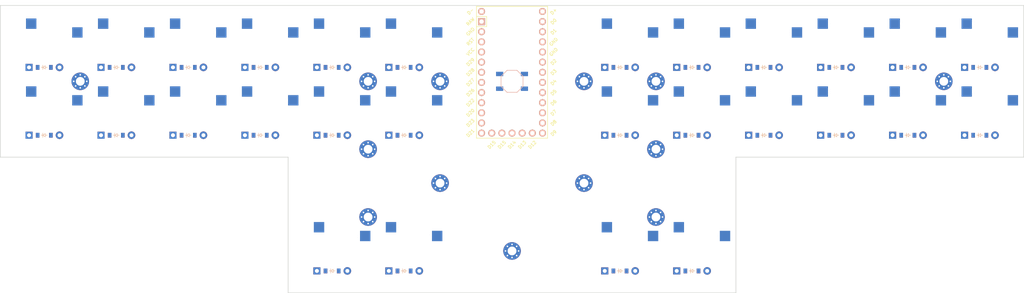
<source format=kicad_pcb>


(kicad_pcb (version 20171130) (host pcbnew 5.1.6)

  (page A3)
  (title_block
    (title "pcb")
    (rev "v1.0.0")
    (company "Unknown")
  )

  (general
    (thickness 1.6)
  )

  (layers
    (0 F.Cu signal)
    (31 B.Cu signal)
    (32 B.Adhes user)
    (33 F.Adhes user)
    (34 B.Paste user)
    (35 F.Paste user)
    (36 B.SilkS user)
    (37 F.SilkS user)
    (38 B.Mask user)
    (39 F.Mask user)
    (40 Dwgs.User user)
    (41 Cmts.User user)
    (42 Eco1.User user)
    (43 Eco2.User user)
    (44 Edge.Cuts user)
    (45 Margin user)
    (46 B.CrtYd user)
    (47 F.CrtYd user)
    (48 B.Fab user)
    (49 F.Fab user)
  )

  (setup
    (last_trace_width 0.25)
    (trace_clearance 0.2)
    (zone_clearance 0.508)
    (zone_45_only no)
    (trace_min 0.2)
    (via_size 0.8)
    (via_drill 0.4)
    (via_min_size 0.4)
    (via_min_drill 0.3)
    (uvia_size 0.3)
    (uvia_drill 0.1)
    (uvias_allowed no)
    (uvia_min_size 0.2)
    (uvia_min_drill 0.1)
    (edge_width 0.05)
    (segment_width 0.2)
    (pcb_text_width 0.3)
    (pcb_text_size 1.5 1.5)
    (mod_edge_width 0.12)
    (mod_text_size 1 1)
    (mod_text_width 0.15)
    (pad_size 1.524 1.524)
    (pad_drill 0.762)
    (pad_to_mask_clearance 0.05)
    (aux_axis_origin 0 0)
    (visible_elements FFFFFF7F)
    (pcbplotparams
      (layerselection 0x010fc_ffffffff)
      (usegerberextensions false)
      (usegerberattributes true)
      (usegerberadvancedattributes true)
      (creategerberjobfile true)
      (excludeedgelayer true)
      (linewidth 0.100000)
      (plotframeref false)
      (viasonmask false)
      (mode 1)
      (useauxorigin false)
      (hpglpennumber 1)
      (hpglpenspeed 20)
      (hpglpendiameter 15.000000)
      (psnegative false)
      (psa4output false)
      (plotreference true)
      (plotvalue true)
      (plotinvisibletext false)
      (padsonsilk false)
      (subtractmaskfromsilk false)
      (outputformat 1)
      (mirror false)
      (drillshape 1)
      (scaleselection 1)
      (outputdirectory ""))
  )

  (net 0 "")
(net 1 "D23")
(net 2 "outer_lbottom")
(net 3 "outer_ltop")
(net 4 "D20")
(net 5 "pinky_lbottom")
(net 6 "pinky_ltop")
(net 7 "D22")
(net 8 "ring_lbottom")
(net 9 "ring_ltop")
(net 10 "D26")
(net 11 "middle_lbottom")
(net 12 "middle_ltop")
(net 13 "D27")
(net 14 "index_lbottom")
(net 15 "index_ltop")
(net 16 "D28")
(net 17 "inner_lbottom")
(net 18 "inner_ltop")
(net 19 "D3")
(net 20 "inner_rbottom")
(net 21 "inner_rtop")
(net 22 "D4")
(net 23 "index_rbottom")
(net 24 "index_rtop")
(net 25 "D5")
(net 26 "middle_rbottom")
(net 27 "middle_rtop")
(net 28 "D6")
(net 29 "ring_rbottom")
(net 30 "ring_rtop")
(net 31 "D7")
(net 32 "pinky_rbottom")
(net 33 "pinky_rtop")
(net 34 "D8")
(net 35 "outer_rbottom")
(net 36 "outer_rtop")
(net 37 "outer_lttop")
(net 38 "inner_lttop")
(net 39 "inner_rttop")
(net 40 "outer_rttop")
(net 41 "D21")
(net 42 "D29")
(net 43 "D9")
(net 44 "D2")
(net 45 "D1")
(net 46 "Dm")
(net 47 "RAW")
(net 48 "GND")
(net 49 "RST")
(net 50 "VCC")
(net 51 "D12")
(net 52 "D13")
(net 53 "D14")
(net 54 "D15")
(net 55 "D16")
(net 56 "Dp")
(net 57 "D0")

  (net_class Default "This is the default net class."
    (clearance 0.2)
    (trace_width 0.25)
    (via_dia 0.8)
    (via_drill 0.4)
    (uvia_dia 0.3)
    (uvia_drill 0.1)
    (add_net "")
(add_net "D23")
(add_net "outer_lbottom")
(add_net "outer_ltop")
(add_net "D20")
(add_net "pinky_lbottom")
(add_net "pinky_ltop")
(add_net "D22")
(add_net "ring_lbottom")
(add_net "ring_ltop")
(add_net "D26")
(add_net "middle_lbottom")
(add_net "middle_ltop")
(add_net "D27")
(add_net "index_lbottom")
(add_net "index_ltop")
(add_net "D28")
(add_net "inner_lbottom")
(add_net "inner_ltop")
(add_net "D3")
(add_net "inner_rbottom")
(add_net "inner_rtop")
(add_net "D4")
(add_net "index_rbottom")
(add_net "index_rtop")
(add_net "D5")
(add_net "middle_rbottom")
(add_net "middle_rtop")
(add_net "D6")
(add_net "ring_rbottom")
(add_net "ring_rtop")
(add_net "D7")
(add_net "pinky_rbottom")
(add_net "pinky_rtop")
(add_net "D8")
(add_net "outer_rbottom")
(add_net "outer_rtop")
(add_net "outer_lttop")
(add_net "inner_lttop")
(add_net "inner_rttop")
(add_net "outer_rttop")
(add_net "D21")
(add_net "D29")
(add_net "D9")
(add_net "D2")
(add_net "D1")
(add_net "Dm")
(add_net "RAW")
(add_net "GND")
(add_net "RST")
(add_net "VCC")
(add_net "D12")
(add_net "D13")
(add_net "D14")
(add_net "D15")
(add_net "D16")
(add_net "Dp")
(add_net "D0")
  )

  
        
      (module PG1350 (layer F.Cu) (tedit 5DD50112)
      (at 100 100 0)

      
      (fp_text reference "S1" (at 0 0) (layer F.SilkS) hide (effects (font (size 1.27 1.27) (thickness 0.15))))
      (fp_text value "" (at 0 0) (layer F.SilkS) hide (effects (font (size 1.27 1.27) (thickness 0.15))))

      
      (fp_line (start -7 -6) (end -7 -7) (layer Dwgs.User) (width 0.15))
      (fp_line (start -7 7) (end -6 7) (layer Dwgs.User) (width 0.15))
      (fp_line (start -6 -7) (end -7 -7) (layer Dwgs.User) (width 0.15))
      (fp_line (start -7 7) (end -7 6) (layer Dwgs.User) (width 0.15))
      (fp_line (start 7 6) (end 7 7) (layer Dwgs.User) (width 0.15))
      (fp_line (start 7 -7) (end 6 -7) (layer Dwgs.User) (width 0.15))
      (fp_line (start 6 7) (end 7 7) (layer Dwgs.User) (width 0.15))
      (fp_line (start 7 -7) (end 7 -6) (layer Dwgs.User) (width 0.15))      
      
      
      (pad "" np_thru_hole circle (at 0 0) (size 3.429 3.429) (drill 3.429) (layers *.Cu *.Mask))
        
      
      (pad "" np_thru_hole circle (at 5.5 0) (size 1.7018 1.7018) (drill 1.7018) (layers *.Cu *.Mask))
      (pad "" np_thru_hole circle (at -5.5 0) (size 1.7018 1.7018) (drill 1.7018) (layers *.Cu *.Mask))
      
        
      
      (fp_line (start -9 -8.5) (end 9 -8.5) (layer Dwgs.User) (width 0.15))
      (fp_line (start 9 -8.5) (end 9 8.5) (layer Dwgs.User) (width 0.15))
      (fp_line (start 9 8.5) (end -9 8.5) (layer Dwgs.User) (width 0.15))
      (fp_line (start -9 8.5) (end -9 -8.5) (layer Dwgs.User) (width 0.15))
      
        
          
          (pad "" np_thru_hole circle (at 5 -3.75) (size 3 3) (drill 3) (layers *.Cu *.Mask))
          (pad "" np_thru_hole circle (at 0 -5.95) (size 3 3) (drill 3) (layers *.Cu *.Mask))
      
          
          (pad 1 smd rect (at -3.275 -5.95 0) (size 2.6 2.6) (layers B.Cu B.Paste B.Mask)  (net 1 "D23"))
          (pad 2 smd rect (at 8.275 -3.75 0) (size 2.6 2.6) (layers B.Cu B.Paste B.Mask)  (net 2 "outer_lbottom"))
        )
        

        
      (module PG1350 (layer F.Cu) (tedit 5DD50112)
      (at 100 83 0)

      
      (fp_text reference "S2" (at 0 0) (layer F.SilkS) hide (effects (font (size 1.27 1.27) (thickness 0.15))))
      (fp_text value "" (at 0 0) (layer F.SilkS) hide (effects (font (size 1.27 1.27) (thickness 0.15))))

      
      (fp_line (start -7 -6) (end -7 -7) (layer Dwgs.User) (width 0.15))
      (fp_line (start -7 7) (end -6 7) (layer Dwgs.User) (width 0.15))
      (fp_line (start -6 -7) (end -7 -7) (layer Dwgs.User) (width 0.15))
      (fp_line (start -7 7) (end -7 6) (layer Dwgs.User) (width 0.15))
      (fp_line (start 7 6) (end 7 7) (layer Dwgs.User) (width 0.15))
      (fp_line (start 7 -7) (end 6 -7) (layer Dwgs.User) (width 0.15))
      (fp_line (start 6 7) (end 7 7) (layer Dwgs.User) (width 0.15))
      (fp_line (start 7 -7) (end 7 -6) (layer Dwgs.User) (width 0.15))      
      
      
      (pad "" np_thru_hole circle (at 0 0) (size 3.429 3.429) (drill 3.429) (layers *.Cu *.Mask))
        
      
      (pad "" np_thru_hole circle (at 5.5 0) (size 1.7018 1.7018) (drill 1.7018) (layers *.Cu *.Mask))
      (pad "" np_thru_hole circle (at -5.5 0) (size 1.7018 1.7018) (drill 1.7018) (layers *.Cu *.Mask))
      
        
      
      (fp_line (start -9 -8.5) (end 9 -8.5) (layer Dwgs.User) (width 0.15))
      (fp_line (start 9 -8.5) (end 9 8.5) (layer Dwgs.User) (width 0.15))
      (fp_line (start 9 8.5) (end -9 8.5) (layer Dwgs.User) (width 0.15))
      (fp_line (start -9 8.5) (end -9 -8.5) (layer Dwgs.User) (width 0.15))
      
        
          
          (pad "" np_thru_hole circle (at 5 -3.75) (size 3 3) (drill 3) (layers *.Cu *.Mask))
          (pad "" np_thru_hole circle (at 0 -5.95) (size 3 3) (drill 3) (layers *.Cu *.Mask))
      
          
          (pad 1 smd rect (at -3.275 -5.95 0) (size 2.6 2.6) (layers B.Cu B.Paste B.Mask)  (net 1 "D23"))
          (pad 2 smd rect (at 8.275 -3.75 0) (size 2.6 2.6) (layers B.Cu B.Paste B.Mask)  (net 3 "outer_ltop"))
        )
        

        
      (module PG1350 (layer F.Cu) (tedit 5DD50112)
      (at 118 100 0)

      
      (fp_text reference "S3" (at 0 0) (layer F.SilkS) hide (effects (font (size 1.27 1.27) (thickness 0.15))))
      (fp_text value "" (at 0 0) (layer F.SilkS) hide (effects (font (size 1.27 1.27) (thickness 0.15))))

      
      (fp_line (start -7 -6) (end -7 -7) (layer Dwgs.User) (width 0.15))
      (fp_line (start -7 7) (end -6 7) (layer Dwgs.User) (width 0.15))
      (fp_line (start -6 -7) (end -7 -7) (layer Dwgs.User) (width 0.15))
      (fp_line (start -7 7) (end -7 6) (layer Dwgs.User) (width 0.15))
      (fp_line (start 7 6) (end 7 7) (layer Dwgs.User) (width 0.15))
      (fp_line (start 7 -7) (end 6 -7) (layer Dwgs.User) (width 0.15))
      (fp_line (start 6 7) (end 7 7) (layer Dwgs.User) (width 0.15))
      (fp_line (start 7 -7) (end 7 -6) (layer Dwgs.User) (width 0.15))      
      
      
      (pad "" np_thru_hole circle (at 0 0) (size 3.429 3.429) (drill 3.429) (layers *.Cu *.Mask))
        
      
      (pad "" np_thru_hole circle (at 5.5 0) (size 1.7018 1.7018) (drill 1.7018) (layers *.Cu *.Mask))
      (pad "" np_thru_hole circle (at -5.5 0) (size 1.7018 1.7018) (drill 1.7018) (layers *.Cu *.Mask))
      
        
      
      (fp_line (start -9 -8.5) (end 9 -8.5) (layer Dwgs.User) (width 0.15))
      (fp_line (start 9 -8.5) (end 9 8.5) (layer Dwgs.User) (width 0.15))
      (fp_line (start 9 8.5) (end -9 8.5) (layer Dwgs.User) (width 0.15))
      (fp_line (start -9 8.5) (end -9 -8.5) (layer Dwgs.User) (width 0.15))
      
        
          
          (pad "" np_thru_hole circle (at 5 -3.75) (size 3 3) (drill 3) (layers *.Cu *.Mask))
          (pad "" np_thru_hole circle (at 0 -5.95) (size 3 3) (drill 3) (layers *.Cu *.Mask))
      
          
          (pad 1 smd rect (at -3.275 -5.95 0) (size 2.6 2.6) (layers B.Cu B.Paste B.Mask)  (net 4 "D20"))
          (pad 2 smd rect (at 8.275 -3.75 0) (size 2.6 2.6) (layers B.Cu B.Paste B.Mask)  (net 5 "pinky_lbottom"))
        )
        

        
      (module PG1350 (layer F.Cu) (tedit 5DD50112)
      (at 118 83 0)

      
      (fp_text reference "S4" (at 0 0) (layer F.SilkS) hide (effects (font (size 1.27 1.27) (thickness 0.15))))
      (fp_text value "" (at 0 0) (layer F.SilkS) hide (effects (font (size 1.27 1.27) (thickness 0.15))))

      
      (fp_line (start -7 -6) (end -7 -7) (layer Dwgs.User) (width 0.15))
      (fp_line (start -7 7) (end -6 7) (layer Dwgs.User) (width 0.15))
      (fp_line (start -6 -7) (end -7 -7) (layer Dwgs.User) (width 0.15))
      (fp_line (start -7 7) (end -7 6) (layer Dwgs.User) (width 0.15))
      (fp_line (start 7 6) (end 7 7) (layer Dwgs.User) (width 0.15))
      (fp_line (start 7 -7) (end 6 -7) (layer Dwgs.User) (width 0.15))
      (fp_line (start 6 7) (end 7 7) (layer Dwgs.User) (width 0.15))
      (fp_line (start 7 -7) (end 7 -6) (layer Dwgs.User) (width 0.15))      
      
      
      (pad "" np_thru_hole circle (at 0 0) (size 3.429 3.429) (drill 3.429) (layers *.Cu *.Mask))
        
      
      (pad "" np_thru_hole circle (at 5.5 0) (size 1.7018 1.7018) (drill 1.7018) (layers *.Cu *.Mask))
      (pad "" np_thru_hole circle (at -5.5 0) (size 1.7018 1.7018) (drill 1.7018) (layers *.Cu *.Mask))
      
        
      
      (fp_line (start -9 -8.5) (end 9 -8.5) (layer Dwgs.User) (width 0.15))
      (fp_line (start 9 -8.5) (end 9 8.5) (layer Dwgs.User) (width 0.15))
      (fp_line (start 9 8.5) (end -9 8.5) (layer Dwgs.User) (width 0.15))
      (fp_line (start -9 8.5) (end -9 -8.5) (layer Dwgs.User) (width 0.15))
      
        
          
          (pad "" np_thru_hole circle (at 5 -3.75) (size 3 3) (drill 3) (layers *.Cu *.Mask))
          (pad "" np_thru_hole circle (at 0 -5.95) (size 3 3) (drill 3) (layers *.Cu *.Mask))
      
          
          (pad 1 smd rect (at -3.275 -5.95 0) (size 2.6 2.6) (layers B.Cu B.Paste B.Mask)  (net 4 "D20"))
          (pad 2 smd rect (at 8.275 -3.75 0) (size 2.6 2.6) (layers B.Cu B.Paste B.Mask)  (net 6 "pinky_ltop"))
        )
        

        
      (module PG1350 (layer F.Cu) (tedit 5DD50112)
      (at 136 100 0)

      
      (fp_text reference "S5" (at 0 0) (layer F.SilkS) hide (effects (font (size 1.27 1.27) (thickness 0.15))))
      (fp_text value "" (at 0 0) (layer F.SilkS) hide (effects (font (size 1.27 1.27) (thickness 0.15))))

      
      (fp_line (start -7 -6) (end -7 -7) (layer Dwgs.User) (width 0.15))
      (fp_line (start -7 7) (end -6 7) (layer Dwgs.User) (width 0.15))
      (fp_line (start -6 -7) (end -7 -7) (layer Dwgs.User) (width 0.15))
      (fp_line (start -7 7) (end -7 6) (layer Dwgs.User) (width 0.15))
      (fp_line (start 7 6) (end 7 7) (layer Dwgs.User) (width 0.15))
      (fp_line (start 7 -7) (end 6 -7) (layer Dwgs.User) (width 0.15))
      (fp_line (start 6 7) (end 7 7) (layer Dwgs.User) (width 0.15))
      (fp_line (start 7 -7) (end 7 -6) (layer Dwgs.User) (width 0.15))      
      
      
      (pad "" np_thru_hole circle (at 0 0) (size 3.429 3.429) (drill 3.429) (layers *.Cu *.Mask))
        
      
      (pad "" np_thru_hole circle (at 5.5 0) (size 1.7018 1.7018) (drill 1.7018) (layers *.Cu *.Mask))
      (pad "" np_thru_hole circle (at -5.5 0) (size 1.7018 1.7018) (drill 1.7018) (layers *.Cu *.Mask))
      
        
      
      (fp_line (start -9 -8.5) (end 9 -8.5) (layer Dwgs.User) (width 0.15))
      (fp_line (start 9 -8.5) (end 9 8.5) (layer Dwgs.User) (width 0.15))
      (fp_line (start 9 8.5) (end -9 8.5) (layer Dwgs.User) (width 0.15))
      (fp_line (start -9 8.5) (end -9 -8.5) (layer Dwgs.User) (width 0.15))
      
        
          
          (pad "" np_thru_hole circle (at 5 -3.75) (size 3 3) (drill 3) (layers *.Cu *.Mask))
          (pad "" np_thru_hole circle (at 0 -5.95) (size 3 3) (drill 3) (layers *.Cu *.Mask))
      
          
          (pad 1 smd rect (at -3.275 -5.95 0) (size 2.6 2.6) (layers B.Cu B.Paste B.Mask)  (net 7 "D22"))
          (pad 2 smd rect (at 8.275 -3.75 0) (size 2.6 2.6) (layers B.Cu B.Paste B.Mask)  (net 8 "ring_lbottom"))
        )
        

        
      (module PG1350 (layer F.Cu) (tedit 5DD50112)
      (at 136 83 0)

      
      (fp_text reference "S6" (at 0 0) (layer F.SilkS) hide (effects (font (size 1.27 1.27) (thickness 0.15))))
      (fp_text value "" (at 0 0) (layer F.SilkS) hide (effects (font (size 1.27 1.27) (thickness 0.15))))

      
      (fp_line (start -7 -6) (end -7 -7) (layer Dwgs.User) (width 0.15))
      (fp_line (start -7 7) (end -6 7) (layer Dwgs.User) (width 0.15))
      (fp_line (start -6 -7) (end -7 -7) (layer Dwgs.User) (width 0.15))
      (fp_line (start -7 7) (end -7 6) (layer Dwgs.User) (width 0.15))
      (fp_line (start 7 6) (end 7 7) (layer Dwgs.User) (width 0.15))
      (fp_line (start 7 -7) (end 6 -7) (layer Dwgs.User) (width 0.15))
      (fp_line (start 6 7) (end 7 7) (layer Dwgs.User) (width 0.15))
      (fp_line (start 7 -7) (end 7 -6) (layer Dwgs.User) (width 0.15))      
      
      
      (pad "" np_thru_hole circle (at 0 0) (size 3.429 3.429) (drill 3.429) (layers *.Cu *.Mask))
        
      
      (pad "" np_thru_hole circle (at 5.5 0) (size 1.7018 1.7018) (drill 1.7018) (layers *.Cu *.Mask))
      (pad "" np_thru_hole circle (at -5.5 0) (size 1.7018 1.7018) (drill 1.7018) (layers *.Cu *.Mask))
      
        
      
      (fp_line (start -9 -8.5) (end 9 -8.5) (layer Dwgs.User) (width 0.15))
      (fp_line (start 9 -8.5) (end 9 8.5) (layer Dwgs.User) (width 0.15))
      (fp_line (start 9 8.5) (end -9 8.5) (layer Dwgs.User) (width 0.15))
      (fp_line (start -9 8.5) (end -9 -8.5) (layer Dwgs.User) (width 0.15))
      
        
          
          (pad "" np_thru_hole circle (at 5 -3.75) (size 3 3) (drill 3) (layers *.Cu *.Mask))
          (pad "" np_thru_hole circle (at 0 -5.95) (size 3 3) (drill 3) (layers *.Cu *.Mask))
      
          
          (pad 1 smd rect (at -3.275 -5.95 0) (size 2.6 2.6) (layers B.Cu B.Paste B.Mask)  (net 7 "D22"))
          (pad 2 smd rect (at 8.275 -3.75 0) (size 2.6 2.6) (layers B.Cu B.Paste B.Mask)  (net 9 "ring_ltop"))
        )
        

        
      (module PG1350 (layer F.Cu) (tedit 5DD50112)
      (at 154 100 0)

      
      (fp_text reference "S7" (at 0 0) (layer F.SilkS) hide (effects (font (size 1.27 1.27) (thickness 0.15))))
      (fp_text value "" (at 0 0) (layer F.SilkS) hide (effects (font (size 1.27 1.27) (thickness 0.15))))

      
      (fp_line (start -7 -6) (end -7 -7) (layer Dwgs.User) (width 0.15))
      (fp_line (start -7 7) (end -6 7) (layer Dwgs.User) (width 0.15))
      (fp_line (start -6 -7) (end -7 -7) (layer Dwgs.User) (width 0.15))
      (fp_line (start -7 7) (end -7 6) (layer Dwgs.User) (width 0.15))
      (fp_line (start 7 6) (end 7 7) (layer Dwgs.User) (width 0.15))
      (fp_line (start 7 -7) (end 6 -7) (layer Dwgs.User) (width 0.15))
      (fp_line (start 6 7) (end 7 7) (layer Dwgs.User) (width 0.15))
      (fp_line (start 7 -7) (end 7 -6) (layer Dwgs.User) (width 0.15))      
      
      
      (pad "" np_thru_hole circle (at 0 0) (size 3.429 3.429) (drill 3.429) (layers *.Cu *.Mask))
        
      
      (pad "" np_thru_hole circle (at 5.5 0) (size 1.7018 1.7018) (drill 1.7018) (layers *.Cu *.Mask))
      (pad "" np_thru_hole circle (at -5.5 0) (size 1.7018 1.7018) (drill 1.7018) (layers *.Cu *.Mask))
      
        
      
      (fp_line (start -9 -8.5) (end 9 -8.5) (layer Dwgs.User) (width 0.15))
      (fp_line (start 9 -8.5) (end 9 8.5) (layer Dwgs.User) (width 0.15))
      (fp_line (start 9 8.5) (end -9 8.5) (layer Dwgs.User) (width 0.15))
      (fp_line (start -9 8.5) (end -9 -8.5) (layer Dwgs.User) (width 0.15))
      
        
          
          (pad "" np_thru_hole circle (at 5 -3.75) (size 3 3) (drill 3) (layers *.Cu *.Mask))
          (pad "" np_thru_hole circle (at 0 -5.95) (size 3 3) (drill 3) (layers *.Cu *.Mask))
      
          
          (pad 1 smd rect (at -3.275 -5.95 0) (size 2.6 2.6) (layers B.Cu B.Paste B.Mask)  (net 10 "D26"))
          (pad 2 smd rect (at 8.275 -3.75 0) (size 2.6 2.6) (layers B.Cu B.Paste B.Mask)  (net 11 "middle_lbottom"))
        )
        

        
      (module PG1350 (layer F.Cu) (tedit 5DD50112)
      (at 154 83 0)

      
      (fp_text reference "S8" (at 0 0) (layer F.SilkS) hide (effects (font (size 1.27 1.27) (thickness 0.15))))
      (fp_text value "" (at 0 0) (layer F.SilkS) hide (effects (font (size 1.27 1.27) (thickness 0.15))))

      
      (fp_line (start -7 -6) (end -7 -7) (layer Dwgs.User) (width 0.15))
      (fp_line (start -7 7) (end -6 7) (layer Dwgs.User) (width 0.15))
      (fp_line (start -6 -7) (end -7 -7) (layer Dwgs.User) (width 0.15))
      (fp_line (start -7 7) (end -7 6) (layer Dwgs.User) (width 0.15))
      (fp_line (start 7 6) (end 7 7) (layer Dwgs.User) (width 0.15))
      (fp_line (start 7 -7) (end 6 -7) (layer Dwgs.User) (width 0.15))
      (fp_line (start 6 7) (end 7 7) (layer Dwgs.User) (width 0.15))
      (fp_line (start 7 -7) (end 7 -6) (layer Dwgs.User) (width 0.15))      
      
      
      (pad "" np_thru_hole circle (at 0 0) (size 3.429 3.429) (drill 3.429) (layers *.Cu *.Mask))
        
      
      (pad "" np_thru_hole circle (at 5.5 0) (size 1.7018 1.7018) (drill 1.7018) (layers *.Cu *.Mask))
      (pad "" np_thru_hole circle (at -5.5 0) (size 1.7018 1.7018) (drill 1.7018) (layers *.Cu *.Mask))
      
        
      
      (fp_line (start -9 -8.5) (end 9 -8.5) (layer Dwgs.User) (width 0.15))
      (fp_line (start 9 -8.5) (end 9 8.5) (layer Dwgs.User) (width 0.15))
      (fp_line (start 9 8.5) (end -9 8.5) (layer Dwgs.User) (width 0.15))
      (fp_line (start -9 8.5) (end -9 -8.5) (layer Dwgs.User) (width 0.15))
      
        
          
          (pad "" np_thru_hole circle (at 5 -3.75) (size 3 3) (drill 3) (layers *.Cu *.Mask))
          (pad "" np_thru_hole circle (at 0 -5.95) (size 3 3) (drill 3) (layers *.Cu *.Mask))
      
          
          (pad 1 smd rect (at -3.275 -5.95 0) (size 2.6 2.6) (layers B.Cu B.Paste B.Mask)  (net 10 "D26"))
          (pad 2 smd rect (at 8.275 -3.75 0) (size 2.6 2.6) (layers B.Cu B.Paste B.Mask)  (net 12 "middle_ltop"))
        )
        

        
      (module PG1350 (layer F.Cu) (tedit 5DD50112)
      (at 172 100 0)

      
      (fp_text reference "S9" (at 0 0) (layer F.SilkS) hide (effects (font (size 1.27 1.27) (thickness 0.15))))
      (fp_text value "" (at 0 0) (layer F.SilkS) hide (effects (font (size 1.27 1.27) (thickness 0.15))))

      
      (fp_line (start -7 -6) (end -7 -7) (layer Dwgs.User) (width 0.15))
      (fp_line (start -7 7) (end -6 7) (layer Dwgs.User) (width 0.15))
      (fp_line (start -6 -7) (end -7 -7) (layer Dwgs.User) (width 0.15))
      (fp_line (start -7 7) (end -7 6) (layer Dwgs.User) (width 0.15))
      (fp_line (start 7 6) (end 7 7) (layer Dwgs.User) (width 0.15))
      (fp_line (start 7 -7) (end 6 -7) (layer Dwgs.User) (width 0.15))
      (fp_line (start 6 7) (end 7 7) (layer Dwgs.User) (width 0.15))
      (fp_line (start 7 -7) (end 7 -6) (layer Dwgs.User) (width 0.15))      
      
      
      (pad "" np_thru_hole circle (at 0 0) (size 3.429 3.429) (drill 3.429) (layers *.Cu *.Mask))
        
      
      (pad "" np_thru_hole circle (at 5.5 0) (size 1.7018 1.7018) (drill 1.7018) (layers *.Cu *.Mask))
      (pad "" np_thru_hole circle (at -5.5 0) (size 1.7018 1.7018) (drill 1.7018) (layers *.Cu *.Mask))
      
        
      
      (fp_line (start -9 -8.5) (end 9 -8.5) (layer Dwgs.User) (width 0.15))
      (fp_line (start 9 -8.5) (end 9 8.5) (layer Dwgs.User) (width 0.15))
      (fp_line (start 9 8.5) (end -9 8.5) (layer Dwgs.User) (width 0.15))
      (fp_line (start -9 8.5) (end -9 -8.5) (layer Dwgs.User) (width 0.15))
      
        
          
          (pad "" np_thru_hole circle (at 5 -3.75) (size 3 3) (drill 3) (layers *.Cu *.Mask))
          (pad "" np_thru_hole circle (at 0 -5.95) (size 3 3) (drill 3) (layers *.Cu *.Mask))
      
          
          (pad 1 smd rect (at -3.275 -5.95 0) (size 2.6 2.6) (layers B.Cu B.Paste B.Mask)  (net 13 "D27"))
          (pad 2 smd rect (at 8.275 -3.75 0) (size 2.6 2.6) (layers B.Cu B.Paste B.Mask)  (net 14 "index_lbottom"))
        )
        

        
      (module PG1350 (layer F.Cu) (tedit 5DD50112)
      (at 172 83 0)

      
      (fp_text reference "S10" (at 0 0) (layer F.SilkS) hide (effects (font (size 1.27 1.27) (thickness 0.15))))
      (fp_text value "" (at 0 0) (layer F.SilkS) hide (effects (font (size 1.27 1.27) (thickness 0.15))))

      
      (fp_line (start -7 -6) (end -7 -7) (layer Dwgs.User) (width 0.15))
      (fp_line (start -7 7) (end -6 7) (layer Dwgs.User) (width 0.15))
      (fp_line (start -6 -7) (end -7 -7) (layer Dwgs.User) (width 0.15))
      (fp_line (start -7 7) (end -7 6) (layer Dwgs.User) (width 0.15))
      (fp_line (start 7 6) (end 7 7) (layer Dwgs.User) (width 0.15))
      (fp_line (start 7 -7) (end 6 -7) (layer Dwgs.User) (width 0.15))
      (fp_line (start 6 7) (end 7 7) (layer Dwgs.User) (width 0.15))
      (fp_line (start 7 -7) (end 7 -6) (layer Dwgs.User) (width 0.15))      
      
      
      (pad "" np_thru_hole circle (at 0 0) (size 3.429 3.429) (drill 3.429) (layers *.Cu *.Mask))
        
      
      (pad "" np_thru_hole circle (at 5.5 0) (size 1.7018 1.7018) (drill 1.7018) (layers *.Cu *.Mask))
      (pad "" np_thru_hole circle (at -5.5 0) (size 1.7018 1.7018) (drill 1.7018) (layers *.Cu *.Mask))
      
        
      
      (fp_line (start -9 -8.5) (end 9 -8.5) (layer Dwgs.User) (width 0.15))
      (fp_line (start 9 -8.5) (end 9 8.5) (layer Dwgs.User) (width 0.15))
      (fp_line (start 9 8.5) (end -9 8.5) (layer Dwgs.User) (width 0.15))
      (fp_line (start -9 8.5) (end -9 -8.5) (layer Dwgs.User) (width 0.15))
      
        
          
          (pad "" np_thru_hole circle (at 5 -3.75) (size 3 3) (drill 3) (layers *.Cu *.Mask))
          (pad "" np_thru_hole circle (at 0 -5.95) (size 3 3) (drill 3) (layers *.Cu *.Mask))
      
          
          (pad 1 smd rect (at -3.275 -5.95 0) (size 2.6 2.6) (layers B.Cu B.Paste B.Mask)  (net 13 "D27"))
          (pad 2 smd rect (at 8.275 -3.75 0) (size 2.6 2.6) (layers B.Cu B.Paste B.Mask)  (net 15 "index_ltop"))
        )
        

        
      (module PG1350 (layer F.Cu) (tedit 5DD50112)
      (at 190 100 0)

      
      (fp_text reference "S11" (at 0 0) (layer F.SilkS) hide (effects (font (size 1.27 1.27) (thickness 0.15))))
      (fp_text value "" (at 0 0) (layer F.SilkS) hide (effects (font (size 1.27 1.27) (thickness 0.15))))

      
      (fp_line (start -7 -6) (end -7 -7) (layer Dwgs.User) (width 0.15))
      (fp_line (start -7 7) (end -6 7) (layer Dwgs.User) (width 0.15))
      (fp_line (start -6 -7) (end -7 -7) (layer Dwgs.User) (width 0.15))
      (fp_line (start -7 7) (end -7 6) (layer Dwgs.User) (width 0.15))
      (fp_line (start 7 6) (end 7 7) (layer Dwgs.User) (width 0.15))
      (fp_line (start 7 -7) (end 6 -7) (layer Dwgs.User) (width 0.15))
      (fp_line (start 6 7) (end 7 7) (layer Dwgs.User) (width 0.15))
      (fp_line (start 7 -7) (end 7 -6) (layer Dwgs.User) (width 0.15))      
      
      
      (pad "" np_thru_hole circle (at 0 0) (size 3.429 3.429) (drill 3.429) (layers *.Cu *.Mask))
        
      
      (pad "" np_thru_hole circle (at 5.5 0) (size 1.7018 1.7018) (drill 1.7018) (layers *.Cu *.Mask))
      (pad "" np_thru_hole circle (at -5.5 0) (size 1.7018 1.7018) (drill 1.7018) (layers *.Cu *.Mask))
      
        
      
      (fp_line (start -9 -8.5) (end 9 -8.5) (layer Dwgs.User) (width 0.15))
      (fp_line (start 9 -8.5) (end 9 8.5) (layer Dwgs.User) (width 0.15))
      (fp_line (start 9 8.5) (end -9 8.5) (layer Dwgs.User) (width 0.15))
      (fp_line (start -9 8.5) (end -9 -8.5) (layer Dwgs.User) (width 0.15))
      
        
          
          (pad "" np_thru_hole circle (at 5 -3.75) (size 3 3) (drill 3) (layers *.Cu *.Mask))
          (pad "" np_thru_hole circle (at 0 -5.95) (size 3 3) (drill 3) (layers *.Cu *.Mask))
      
          
          (pad 1 smd rect (at -3.275 -5.95 0) (size 2.6 2.6) (layers B.Cu B.Paste B.Mask)  (net 16 "D28"))
          (pad 2 smd rect (at 8.275 -3.75 0) (size 2.6 2.6) (layers B.Cu B.Paste B.Mask)  (net 17 "inner_lbottom"))
        )
        

        
      (module PG1350 (layer F.Cu) (tedit 5DD50112)
      (at 190 83 0)

      
      (fp_text reference "S12" (at 0 0) (layer F.SilkS) hide (effects (font (size 1.27 1.27) (thickness 0.15))))
      (fp_text value "" (at 0 0) (layer F.SilkS) hide (effects (font (size 1.27 1.27) (thickness 0.15))))

      
      (fp_line (start -7 -6) (end -7 -7) (layer Dwgs.User) (width 0.15))
      (fp_line (start -7 7) (end -6 7) (layer Dwgs.User) (width 0.15))
      (fp_line (start -6 -7) (end -7 -7) (layer Dwgs.User) (width 0.15))
      (fp_line (start -7 7) (end -7 6) (layer Dwgs.User) (width 0.15))
      (fp_line (start 7 6) (end 7 7) (layer Dwgs.User) (width 0.15))
      (fp_line (start 7 -7) (end 6 -7) (layer Dwgs.User) (width 0.15))
      (fp_line (start 6 7) (end 7 7) (layer Dwgs.User) (width 0.15))
      (fp_line (start 7 -7) (end 7 -6) (layer Dwgs.User) (width 0.15))      
      
      
      (pad "" np_thru_hole circle (at 0 0) (size 3.429 3.429) (drill 3.429) (layers *.Cu *.Mask))
        
      
      (pad "" np_thru_hole circle (at 5.5 0) (size 1.7018 1.7018) (drill 1.7018) (layers *.Cu *.Mask))
      (pad "" np_thru_hole circle (at -5.5 0) (size 1.7018 1.7018) (drill 1.7018) (layers *.Cu *.Mask))
      
        
      
      (fp_line (start -9 -8.5) (end 9 -8.5) (layer Dwgs.User) (width 0.15))
      (fp_line (start 9 -8.5) (end 9 8.5) (layer Dwgs.User) (width 0.15))
      (fp_line (start 9 8.5) (end -9 8.5) (layer Dwgs.User) (width 0.15))
      (fp_line (start -9 8.5) (end -9 -8.5) (layer Dwgs.User) (width 0.15))
      
        
          
          (pad "" np_thru_hole circle (at 5 -3.75) (size 3 3) (drill 3) (layers *.Cu *.Mask))
          (pad "" np_thru_hole circle (at 0 -5.95) (size 3 3) (drill 3) (layers *.Cu *.Mask))
      
          
          (pad 1 smd rect (at -3.275 -5.95 0) (size 2.6 2.6) (layers B.Cu B.Paste B.Mask)  (net 16 "D28"))
          (pad 2 smd rect (at 8.275 -3.75 0) (size 2.6 2.6) (layers B.Cu B.Paste B.Mask)  (net 18 "inner_ltop"))
        )
        

        
      (module PG1350 (layer F.Cu) (tedit 5DD50112)
      (at 244 100 0)

      
      (fp_text reference "S13" (at 0 0) (layer F.SilkS) hide (effects (font (size 1.27 1.27) (thickness 0.15))))
      (fp_text value "" (at 0 0) (layer F.SilkS) hide (effects (font (size 1.27 1.27) (thickness 0.15))))

      
      (fp_line (start -7 -6) (end -7 -7) (layer Dwgs.User) (width 0.15))
      (fp_line (start -7 7) (end -6 7) (layer Dwgs.User) (width 0.15))
      (fp_line (start -6 -7) (end -7 -7) (layer Dwgs.User) (width 0.15))
      (fp_line (start -7 7) (end -7 6) (layer Dwgs.User) (width 0.15))
      (fp_line (start 7 6) (end 7 7) (layer Dwgs.User) (width 0.15))
      (fp_line (start 7 -7) (end 6 -7) (layer Dwgs.User) (width 0.15))
      (fp_line (start 6 7) (end 7 7) (layer Dwgs.User) (width 0.15))
      (fp_line (start 7 -7) (end 7 -6) (layer Dwgs.User) (width 0.15))      
      
      
      (pad "" np_thru_hole circle (at 0 0) (size 3.429 3.429) (drill 3.429) (layers *.Cu *.Mask))
        
      
      (pad "" np_thru_hole circle (at 5.5 0) (size 1.7018 1.7018) (drill 1.7018) (layers *.Cu *.Mask))
      (pad "" np_thru_hole circle (at -5.5 0) (size 1.7018 1.7018) (drill 1.7018) (layers *.Cu *.Mask))
      
        
      
      (fp_line (start -9 -8.5) (end 9 -8.5) (layer Dwgs.User) (width 0.15))
      (fp_line (start 9 -8.5) (end 9 8.5) (layer Dwgs.User) (width 0.15))
      (fp_line (start 9 8.5) (end -9 8.5) (layer Dwgs.User) (width 0.15))
      (fp_line (start -9 8.5) (end -9 -8.5) (layer Dwgs.User) (width 0.15))
      
        
          
          (pad "" np_thru_hole circle (at 5 -3.75) (size 3 3) (drill 3) (layers *.Cu *.Mask))
          (pad "" np_thru_hole circle (at 0 -5.95) (size 3 3) (drill 3) (layers *.Cu *.Mask))
      
          
          (pad 1 smd rect (at -3.275 -5.95 0) (size 2.6 2.6) (layers B.Cu B.Paste B.Mask)  (net 19 "D3"))
          (pad 2 smd rect (at 8.275 -3.75 0) (size 2.6 2.6) (layers B.Cu B.Paste B.Mask)  (net 20 "inner_rbottom"))
        )
        

        
      (module PG1350 (layer F.Cu) (tedit 5DD50112)
      (at 244 83 0)

      
      (fp_text reference "S14" (at 0 0) (layer F.SilkS) hide (effects (font (size 1.27 1.27) (thickness 0.15))))
      (fp_text value "" (at 0 0) (layer F.SilkS) hide (effects (font (size 1.27 1.27) (thickness 0.15))))

      
      (fp_line (start -7 -6) (end -7 -7) (layer Dwgs.User) (width 0.15))
      (fp_line (start -7 7) (end -6 7) (layer Dwgs.User) (width 0.15))
      (fp_line (start -6 -7) (end -7 -7) (layer Dwgs.User) (width 0.15))
      (fp_line (start -7 7) (end -7 6) (layer Dwgs.User) (width 0.15))
      (fp_line (start 7 6) (end 7 7) (layer Dwgs.User) (width 0.15))
      (fp_line (start 7 -7) (end 6 -7) (layer Dwgs.User) (width 0.15))
      (fp_line (start 6 7) (end 7 7) (layer Dwgs.User) (width 0.15))
      (fp_line (start 7 -7) (end 7 -6) (layer Dwgs.User) (width 0.15))      
      
      
      (pad "" np_thru_hole circle (at 0 0) (size 3.429 3.429) (drill 3.429) (layers *.Cu *.Mask))
        
      
      (pad "" np_thru_hole circle (at 5.5 0) (size 1.7018 1.7018) (drill 1.7018) (layers *.Cu *.Mask))
      (pad "" np_thru_hole circle (at -5.5 0) (size 1.7018 1.7018) (drill 1.7018) (layers *.Cu *.Mask))
      
        
      
      (fp_line (start -9 -8.5) (end 9 -8.5) (layer Dwgs.User) (width 0.15))
      (fp_line (start 9 -8.5) (end 9 8.5) (layer Dwgs.User) (width 0.15))
      (fp_line (start 9 8.5) (end -9 8.5) (layer Dwgs.User) (width 0.15))
      (fp_line (start -9 8.5) (end -9 -8.5) (layer Dwgs.User) (width 0.15))
      
        
          
          (pad "" np_thru_hole circle (at 5 -3.75) (size 3 3) (drill 3) (layers *.Cu *.Mask))
          (pad "" np_thru_hole circle (at 0 -5.95) (size 3 3) (drill 3) (layers *.Cu *.Mask))
      
          
          (pad 1 smd rect (at -3.275 -5.95 0) (size 2.6 2.6) (layers B.Cu B.Paste B.Mask)  (net 19 "D3"))
          (pad 2 smd rect (at 8.275 -3.75 0) (size 2.6 2.6) (layers B.Cu B.Paste B.Mask)  (net 21 "inner_rtop"))
        )
        

        
      (module PG1350 (layer F.Cu) (tedit 5DD50112)
      (at 262 100 0)

      
      (fp_text reference "S15" (at 0 0) (layer F.SilkS) hide (effects (font (size 1.27 1.27) (thickness 0.15))))
      (fp_text value "" (at 0 0) (layer F.SilkS) hide (effects (font (size 1.27 1.27) (thickness 0.15))))

      
      (fp_line (start -7 -6) (end -7 -7) (layer Dwgs.User) (width 0.15))
      (fp_line (start -7 7) (end -6 7) (layer Dwgs.User) (width 0.15))
      (fp_line (start -6 -7) (end -7 -7) (layer Dwgs.User) (width 0.15))
      (fp_line (start -7 7) (end -7 6) (layer Dwgs.User) (width 0.15))
      (fp_line (start 7 6) (end 7 7) (layer Dwgs.User) (width 0.15))
      (fp_line (start 7 -7) (end 6 -7) (layer Dwgs.User) (width 0.15))
      (fp_line (start 6 7) (end 7 7) (layer Dwgs.User) (width 0.15))
      (fp_line (start 7 -7) (end 7 -6) (layer Dwgs.User) (width 0.15))      
      
      
      (pad "" np_thru_hole circle (at 0 0) (size 3.429 3.429) (drill 3.429) (layers *.Cu *.Mask))
        
      
      (pad "" np_thru_hole circle (at 5.5 0) (size 1.7018 1.7018) (drill 1.7018) (layers *.Cu *.Mask))
      (pad "" np_thru_hole circle (at -5.5 0) (size 1.7018 1.7018) (drill 1.7018) (layers *.Cu *.Mask))
      
        
      
      (fp_line (start -9 -8.5) (end 9 -8.5) (layer Dwgs.User) (width 0.15))
      (fp_line (start 9 -8.5) (end 9 8.5) (layer Dwgs.User) (width 0.15))
      (fp_line (start 9 8.5) (end -9 8.5) (layer Dwgs.User) (width 0.15))
      (fp_line (start -9 8.5) (end -9 -8.5) (layer Dwgs.User) (width 0.15))
      
        
          
          (pad "" np_thru_hole circle (at 5 -3.75) (size 3 3) (drill 3) (layers *.Cu *.Mask))
          (pad "" np_thru_hole circle (at 0 -5.95) (size 3 3) (drill 3) (layers *.Cu *.Mask))
      
          
          (pad 1 smd rect (at -3.275 -5.95 0) (size 2.6 2.6) (layers B.Cu B.Paste B.Mask)  (net 22 "D4"))
          (pad 2 smd rect (at 8.275 -3.75 0) (size 2.6 2.6) (layers B.Cu B.Paste B.Mask)  (net 23 "index_rbottom"))
        )
        

        
      (module PG1350 (layer F.Cu) (tedit 5DD50112)
      (at 262 83 0)

      
      (fp_text reference "S16" (at 0 0) (layer F.SilkS) hide (effects (font (size 1.27 1.27) (thickness 0.15))))
      (fp_text value "" (at 0 0) (layer F.SilkS) hide (effects (font (size 1.27 1.27) (thickness 0.15))))

      
      (fp_line (start -7 -6) (end -7 -7) (layer Dwgs.User) (width 0.15))
      (fp_line (start -7 7) (end -6 7) (layer Dwgs.User) (width 0.15))
      (fp_line (start -6 -7) (end -7 -7) (layer Dwgs.User) (width 0.15))
      (fp_line (start -7 7) (end -7 6) (layer Dwgs.User) (width 0.15))
      (fp_line (start 7 6) (end 7 7) (layer Dwgs.User) (width 0.15))
      (fp_line (start 7 -7) (end 6 -7) (layer Dwgs.User) (width 0.15))
      (fp_line (start 6 7) (end 7 7) (layer Dwgs.User) (width 0.15))
      (fp_line (start 7 -7) (end 7 -6) (layer Dwgs.User) (width 0.15))      
      
      
      (pad "" np_thru_hole circle (at 0 0) (size 3.429 3.429) (drill 3.429) (layers *.Cu *.Mask))
        
      
      (pad "" np_thru_hole circle (at 5.5 0) (size 1.7018 1.7018) (drill 1.7018) (layers *.Cu *.Mask))
      (pad "" np_thru_hole circle (at -5.5 0) (size 1.7018 1.7018) (drill 1.7018) (layers *.Cu *.Mask))
      
        
      
      (fp_line (start -9 -8.5) (end 9 -8.5) (layer Dwgs.User) (width 0.15))
      (fp_line (start 9 -8.5) (end 9 8.5) (layer Dwgs.User) (width 0.15))
      (fp_line (start 9 8.5) (end -9 8.5) (layer Dwgs.User) (width 0.15))
      (fp_line (start -9 8.5) (end -9 -8.5) (layer Dwgs.User) (width 0.15))
      
        
          
          (pad "" np_thru_hole circle (at 5 -3.75) (size 3 3) (drill 3) (layers *.Cu *.Mask))
          (pad "" np_thru_hole circle (at 0 -5.95) (size 3 3) (drill 3) (layers *.Cu *.Mask))
      
          
          (pad 1 smd rect (at -3.275 -5.95 0) (size 2.6 2.6) (layers B.Cu B.Paste B.Mask)  (net 22 "D4"))
          (pad 2 smd rect (at 8.275 -3.75 0) (size 2.6 2.6) (layers B.Cu B.Paste B.Mask)  (net 24 "index_rtop"))
        )
        

        
      (module PG1350 (layer F.Cu) (tedit 5DD50112)
      (at 280 100 0)

      
      (fp_text reference "S17" (at 0 0) (layer F.SilkS) hide (effects (font (size 1.27 1.27) (thickness 0.15))))
      (fp_text value "" (at 0 0) (layer F.SilkS) hide (effects (font (size 1.27 1.27) (thickness 0.15))))

      
      (fp_line (start -7 -6) (end -7 -7) (layer Dwgs.User) (width 0.15))
      (fp_line (start -7 7) (end -6 7) (layer Dwgs.User) (width 0.15))
      (fp_line (start -6 -7) (end -7 -7) (layer Dwgs.User) (width 0.15))
      (fp_line (start -7 7) (end -7 6) (layer Dwgs.User) (width 0.15))
      (fp_line (start 7 6) (end 7 7) (layer Dwgs.User) (width 0.15))
      (fp_line (start 7 -7) (end 6 -7) (layer Dwgs.User) (width 0.15))
      (fp_line (start 6 7) (end 7 7) (layer Dwgs.User) (width 0.15))
      (fp_line (start 7 -7) (end 7 -6) (layer Dwgs.User) (width 0.15))      
      
      
      (pad "" np_thru_hole circle (at 0 0) (size 3.429 3.429) (drill 3.429) (layers *.Cu *.Mask))
        
      
      (pad "" np_thru_hole circle (at 5.5 0) (size 1.7018 1.7018) (drill 1.7018) (layers *.Cu *.Mask))
      (pad "" np_thru_hole circle (at -5.5 0) (size 1.7018 1.7018) (drill 1.7018) (layers *.Cu *.Mask))
      
        
      
      (fp_line (start -9 -8.5) (end 9 -8.5) (layer Dwgs.User) (width 0.15))
      (fp_line (start 9 -8.5) (end 9 8.5) (layer Dwgs.User) (width 0.15))
      (fp_line (start 9 8.5) (end -9 8.5) (layer Dwgs.User) (width 0.15))
      (fp_line (start -9 8.5) (end -9 -8.5) (layer Dwgs.User) (width 0.15))
      
        
          
          (pad "" np_thru_hole circle (at 5 -3.75) (size 3 3) (drill 3) (layers *.Cu *.Mask))
          (pad "" np_thru_hole circle (at 0 -5.95) (size 3 3) (drill 3) (layers *.Cu *.Mask))
      
          
          (pad 1 smd rect (at -3.275 -5.95 0) (size 2.6 2.6) (layers B.Cu B.Paste B.Mask)  (net 25 "D5"))
          (pad 2 smd rect (at 8.275 -3.75 0) (size 2.6 2.6) (layers B.Cu B.Paste B.Mask)  (net 26 "middle_rbottom"))
        )
        

        
      (module PG1350 (layer F.Cu) (tedit 5DD50112)
      (at 280 83 0)

      
      (fp_text reference "S18" (at 0 0) (layer F.SilkS) hide (effects (font (size 1.27 1.27) (thickness 0.15))))
      (fp_text value "" (at 0 0) (layer F.SilkS) hide (effects (font (size 1.27 1.27) (thickness 0.15))))

      
      (fp_line (start -7 -6) (end -7 -7) (layer Dwgs.User) (width 0.15))
      (fp_line (start -7 7) (end -6 7) (layer Dwgs.User) (width 0.15))
      (fp_line (start -6 -7) (end -7 -7) (layer Dwgs.User) (width 0.15))
      (fp_line (start -7 7) (end -7 6) (layer Dwgs.User) (width 0.15))
      (fp_line (start 7 6) (end 7 7) (layer Dwgs.User) (width 0.15))
      (fp_line (start 7 -7) (end 6 -7) (layer Dwgs.User) (width 0.15))
      (fp_line (start 6 7) (end 7 7) (layer Dwgs.User) (width 0.15))
      (fp_line (start 7 -7) (end 7 -6) (layer Dwgs.User) (width 0.15))      
      
      
      (pad "" np_thru_hole circle (at 0 0) (size 3.429 3.429) (drill 3.429) (layers *.Cu *.Mask))
        
      
      (pad "" np_thru_hole circle (at 5.5 0) (size 1.7018 1.7018) (drill 1.7018) (layers *.Cu *.Mask))
      (pad "" np_thru_hole circle (at -5.5 0) (size 1.7018 1.7018) (drill 1.7018) (layers *.Cu *.Mask))
      
        
      
      (fp_line (start -9 -8.5) (end 9 -8.5) (layer Dwgs.User) (width 0.15))
      (fp_line (start 9 -8.5) (end 9 8.5) (layer Dwgs.User) (width 0.15))
      (fp_line (start 9 8.5) (end -9 8.5) (layer Dwgs.User) (width 0.15))
      (fp_line (start -9 8.5) (end -9 -8.5) (layer Dwgs.User) (width 0.15))
      
        
          
          (pad "" np_thru_hole circle (at 5 -3.75) (size 3 3) (drill 3) (layers *.Cu *.Mask))
          (pad "" np_thru_hole circle (at 0 -5.95) (size 3 3) (drill 3) (layers *.Cu *.Mask))
      
          
          (pad 1 smd rect (at -3.275 -5.95 0) (size 2.6 2.6) (layers B.Cu B.Paste B.Mask)  (net 25 "D5"))
          (pad 2 smd rect (at 8.275 -3.75 0) (size 2.6 2.6) (layers B.Cu B.Paste B.Mask)  (net 27 "middle_rtop"))
        )
        

        
      (module PG1350 (layer F.Cu) (tedit 5DD50112)
      (at 298 100 0)

      
      (fp_text reference "S19" (at 0 0) (layer F.SilkS) hide (effects (font (size 1.27 1.27) (thickness 0.15))))
      (fp_text value "" (at 0 0) (layer F.SilkS) hide (effects (font (size 1.27 1.27) (thickness 0.15))))

      
      (fp_line (start -7 -6) (end -7 -7) (layer Dwgs.User) (width 0.15))
      (fp_line (start -7 7) (end -6 7) (layer Dwgs.User) (width 0.15))
      (fp_line (start -6 -7) (end -7 -7) (layer Dwgs.User) (width 0.15))
      (fp_line (start -7 7) (end -7 6) (layer Dwgs.User) (width 0.15))
      (fp_line (start 7 6) (end 7 7) (layer Dwgs.User) (width 0.15))
      (fp_line (start 7 -7) (end 6 -7) (layer Dwgs.User) (width 0.15))
      (fp_line (start 6 7) (end 7 7) (layer Dwgs.User) (width 0.15))
      (fp_line (start 7 -7) (end 7 -6) (layer Dwgs.User) (width 0.15))      
      
      
      (pad "" np_thru_hole circle (at 0 0) (size 3.429 3.429) (drill 3.429) (layers *.Cu *.Mask))
        
      
      (pad "" np_thru_hole circle (at 5.5 0) (size 1.7018 1.7018) (drill 1.7018) (layers *.Cu *.Mask))
      (pad "" np_thru_hole circle (at -5.5 0) (size 1.7018 1.7018) (drill 1.7018) (layers *.Cu *.Mask))
      
        
      
      (fp_line (start -9 -8.5) (end 9 -8.5) (layer Dwgs.User) (width 0.15))
      (fp_line (start 9 -8.5) (end 9 8.5) (layer Dwgs.User) (width 0.15))
      (fp_line (start 9 8.5) (end -9 8.5) (layer Dwgs.User) (width 0.15))
      (fp_line (start -9 8.5) (end -9 -8.5) (layer Dwgs.User) (width 0.15))
      
        
          
          (pad "" np_thru_hole circle (at 5 -3.75) (size 3 3) (drill 3) (layers *.Cu *.Mask))
          (pad "" np_thru_hole circle (at 0 -5.95) (size 3 3) (drill 3) (layers *.Cu *.Mask))
      
          
          (pad 1 smd rect (at -3.275 -5.95 0) (size 2.6 2.6) (layers B.Cu B.Paste B.Mask)  (net 28 "D6"))
          (pad 2 smd rect (at 8.275 -3.75 0) (size 2.6 2.6) (layers B.Cu B.Paste B.Mask)  (net 29 "ring_rbottom"))
        )
        

        
      (module PG1350 (layer F.Cu) (tedit 5DD50112)
      (at 298 83 0)

      
      (fp_text reference "S20" (at 0 0) (layer F.SilkS) hide (effects (font (size 1.27 1.27) (thickness 0.15))))
      (fp_text value "" (at 0 0) (layer F.SilkS) hide (effects (font (size 1.27 1.27) (thickness 0.15))))

      
      (fp_line (start -7 -6) (end -7 -7) (layer Dwgs.User) (width 0.15))
      (fp_line (start -7 7) (end -6 7) (layer Dwgs.User) (width 0.15))
      (fp_line (start -6 -7) (end -7 -7) (layer Dwgs.User) (width 0.15))
      (fp_line (start -7 7) (end -7 6) (layer Dwgs.User) (width 0.15))
      (fp_line (start 7 6) (end 7 7) (layer Dwgs.User) (width 0.15))
      (fp_line (start 7 -7) (end 6 -7) (layer Dwgs.User) (width 0.15))
      (fp_line (start 6 7) (end 7 7) (layer Dwgs.User) (width 0.15))
      (fp_line (start 7 -7) (end 7 -6) (layer Dwgs.User) (width 0.15))      
      
      
      (pad "" np_thru_hole circle (at 0 0) (size 3.429 3.429) (drill 3.429) (layers *.Cu *.Mask))
        
      
      (pad "" np_thru_hole circle (at 5.5 0) (size 1.7018 1.7018) (drill 1.7018) (layers *.Cu *.Mask))
      (pad "" np_thru_hole circle (at -5.5 0) (size 1.7018 1.7018) (drill 1.7018) (layers *.Cu *.Mask))
      
        
      
      (fp_line (start -9 -8.5) (end 9 -8.5) (layer Dwgs.User) (width 0.15))
      (fp_line (start 9 -8.5) (end 9 8.5) (layer Dwgs.User) (width 0.15))
      (fp_line (start 9 8.5) (end -9 8.5) (layer Dwgs.User) (width 0.15))
      (fp_line (start -9 8.5) (end -9 -8.5) (layer Dwgs.User) (width 0.15))
      
        
          
          (pad "" np_thru_hole circle (at 5 -3.75) (size 3 3) (drill 3) (layers *.Cu *.Mask))
          (pad "" np_thru_hole circle (at 0 -5.95) (size 3 3) (drill 3) (layers *.Cu *.Mask))
      
          
          (pad 1 smd rect (at -3.275 -5.95 0) (size 2.6 2.6) (layers B.Cu B.Paste B.Mask)  (net 28 "D6"))
          (pad 2 smd rect (at 8.275 -3.75 0) (size 2.6 2.6) (layers B.Cu B.Paste B.Mask)  (net 30 "ring_rtop"))
        )
        

        
      (module PG1350 (layer F.Cu) (tedit 5DD50112)
      (at 316 100 0)

      
      (fp_text reference "S21" (at 0 0) (layer F.SilkS) hide (effects (font (size 1.27 1.27) (thickness 0.15))))
      (fp_text value "" (at 0 0) (layer F.SilkS) hide (effects (font (size 1.27 1.27) (thickness 0.15))))

      
      (fp_line (start -7 -6) (end -7 -7) (layer Dwgs.User) (width 0.15))
      (fp_line (start -7 7) (end -6 7) (layer Dwgs.User) (width 0.15))
      (fp_line (start -6 -7) (end -7 -7) (layer Dwgs.User) (width 0.15))
      (fp_line (start -7 7) (end -7 6) (layer Dwgs.User) (width 0.15))
      (fp_line (start 7 6) (end 7 7) (layer Dwgs.User) (width 0.15))
      (fp_line (start 7 -7) (end 6 -7) (layer Dwgs.User) (width 0.15))
      (fp_line (start 6 7) (end 7 7) (layer Dwgs.User) (width 0.15))
      (fp_line (start 7 -7) (end 7 -6) (layer Dwgs.User) (width 0.15))      
      
      
      (pad "" np_thru_hole circle (at 0 0) (size 3.429 3.429) (drill 3.429) (layers *.Cu *.Mask))
        
      
      (pad "" np_thru_hole circle (at 5.5 0) (size 1.7018 1.7018) (drill 1.7018) (layers *.Cu *.Mask))
      (pad "" np_thru_hole circle (at -5.5 0) (size 1.7018 1.7018) (drill 1.7018) (layers *.Cu *.Mask))
      
        
      
      (fp_line (start -9 -8.5) (end 9 -8.5) (layer Dwgs.User) (width 0.15))
      (fp_line (start 9 -8.5) (end 9 8.5) (layer Dwgs.User) (width 0.15))
      (fp_line (start 9 8.5) (end -9 8.5) (layer Dwgs.User) (width 0.15))
      (fp_line (start -9 8.5) (end -9 -8.5) (layer Dwgs.User) (width 0.15))
      
        
          
          (pad "" np_thru_hole circle (at 5 -3.75) (size 3 3) (drill 3) (layers *.Cu *.Mask))
          (pad "" np_thru_hole circle (at 0 -5.95) (size 3 3) (drill 3) (layers *.Cu *.Mask))
      
          
          (pad 1 smd rect (at -3.275 -5.95 0) (size 2.6 2.6) (layers B.Cu B.Paste B.Mask)  (net 31 "D7"))
          (pad 2 smd rect (at 8.275 -3.75 0) (size 2.6 2.6) (layers B.Cu B.Paste B.Mask)  (net 32 "pinky_rbottom"))
        )
        

        
      (module PG1350 (layer F.Cu) (tedit 5DD50112)
      (at 316 83 0)

      
      (fp_text reference "S22" (at 0 0) (layer F.SilkS) hide (effects (font (size 1.27 1.27) (thickness 0.15))))
      (fp_text value "" (at 0 0) (layer F.SilkS) hide (effects (font (size 1.27 1.27) (thickness 0.15))))

      
      (fp_line (start -7 -6) (end -7 -7) (layer Dwgs.User) (width 0.15))
      (fp_line (start -7 7) (end -6 7) (layer Dwgs.User) (width 0.15))
      (fp_line (start -6 -7) (end -7 -7) (layer Dwgs.User) (width 0.15))
      (fp_line (start -7 7) (end -7 6) (layer Dwgs.User) (width 0.15))
      (fp_line (start 7 6) (end 7 7) (layer Dwgs.User) (width 0.15))
      (fp_line (start 7 -7) (end 6 -7) (layer Dwgs.User) (width 0.15))
      (fp_line (start 6 7) (end 7 7) (layer Dwgs.User) (width 0.15))
      (fp_line (start 7 -7) (end 7 -6) (layer Dwgs.User) (width 0.15))      
      
      
      (pad "" np_thru_hole circle (at 0 0) (size 3.429 3.429) (drill 3.429) (layers *.Cu *.Mask))
        
      
      (pad "" np_thru_hole circle (at 5.5 0) (size 1.7018 1.7018) (drill 1.7018) (layers *.Cu *.Mask))
      (pad "" np_thru_hole circle (at -5.5 0) (size 1.7018 1.7018) (drill 1.7018) (layers *.Cu *.Mask))
      
        
      
      (fp_line (start -9 -8.5) (end 9 -8.5) (layer Dwgs.User) (width 0.15))
      (fp_line (start 9 -8.5) (end 9 8.5) (layer Dwgs.User) (width 0.15))
      (fp_line (start 9 8.5) (end -9 8.5) (layer Dwgs.User) (width 0.15))
      (fp_line (start -9 8.5) (end -9 -8.5) (layer Dwgs.User) (width 0.15))
      
        
          
          (pad "" np_thru_hole circle (at 5 -3.75) (size 3 3) (drill 3) (layers *.Cu *.Mask))
          (pad "" np_thru_hole circle (at 0 -5.95) (size 3 3) (drill 3) (layers *.Cu *.Mask))
      
          
          (pad 1 smd rect (at -3.275 -5.95 0) (size 2.6 2.6) (layers B.Cu B.Paste B.Mask)  (net 31 "D7"))
          (pad 2 smd rect (at 8.275 -3.75 0) (size 2.6 2.6) (layers B.Cu B.Paste B.Mask)  (net 33 "pinky_rtop"))
        )
        

        
      (module PG1350 (layer F.Cu) (tedit 5DD50112)
      (at 334 100 0)

      
      (fp_text reference "S23" (at 0 0) (layer F.SilkS) hide (effects (font (size 1.27 1.27) (thickness 0.15))))
      (fp_text value "" (at 0 0) (layer F.SilkS) hide (effects (font (size 1.27 1.27) (thickness 0.15))))

      
      (fp_line (start -7 -6) (end -7 -7) (layer Dwgs.User) (width 0.15))
      (fp_line (start -7 7) (end -6 7) (layer Dwgs.User) (width 0.15))
      (fp_line (start -6 -7) (end -7 -7) (layer Dwgs.User) (width 0.15))
      (fp_line (start -7 7) (end -7 6) (layer Dwgs.User) (width 0.15))
      (fp_line (start 7 6) (end 7 7) (layer Dwgs.User) (width 0.15))
      (fp_line (start 7 -7) (end 6 -7) (layer Dwgs.User) (width 0.15))
      (fp_line (start 6 7) (end 7 7) (layer Dwgs.User) (width 0.15))
      (fp_line (start 7 -7) (end 7 -6) (layer Dwgs.User) (width 0.15))      
      
      
      (pad "" np_thru_hole circle (at 0 0) (size 3.429 3.429) (drill 3.429) (layers *.Cu *.Mask))
        
      
      (pad "" np_thru_hole circle (at 5.5 0) (size 1.7018 1.7018) (drill 1.7018) (layers *.Cu *.Mask))
      (pad "" np_thru_hole circle (at -5.5 0) (size 1.7018 1.7018) (drill 1.7018) (layers *.Cu *.Mask))
      
        
      
      (fp_line (start -9 -8.5) (end 9 -8.5) (layer Dwgs.User) (width 0.15))
      (fp_line (start 9 -8.5) (end 9 8.5) (layer Dwgs.User) (width 0.15))
      (fp_line (start 9 8.5) (end -9 8.5) (layer Dwgs.User) (width 0.15))
      (fp_line (start -9 8.5) (end -9 -8.5) (layer Dwgs.User) (width 0.15))
      
        
          
          (pad "" np_thru_hole circle (at 5 -3.75) (size 3 3) (drill 3) (layers *.Cu *.Mask))
          (pad "" np_thru_hole circle (at 0 -5.95) (size 3 3) (drill 3) (layers *.Cu *.Mask))
      
          
          (pad 1 smd rect (at -3.275 -5.95 0) (size 2.6 2.6) (layers B.Cu B.Paste B.Mask)  (net 34 "D8"))
          (pad 2 smd rect (at 8.275 -3.75 0) (size 2.6 2.6) (layers B.Cu B.Paste B.Mask)  (net 35 "outer_rbottom"))
        )
        

        
      (module PG1350 (layer F.Cu) (tedit 5DD50112)
      (at 334 83 0)

      
      (fp_text reference "S24" (at 0 0) (layer F.SilkS) hide (effects (font (size 1.27 1.27) (thickness 0.15))))
      (fp_text value "" (at 0 0) (layer F.SilkS) hide (effects (font (size 1.27 1.27) (thickness 0.15))))

      
      (fp_line (start -7 -6) (end -7 -7) (layer Dwgs.User) (width 0.15))
      (fp_line (start -7 7) (end -6 7) (layer Dwgs.User) (width 0.15))
      (fp_line (start -6 -7) (end -7 -7) (layer Dwgs.User) (width 0.15))
      (fp_line (start -7 7) (end -7 6) (layer Dwgs.User) (width 0.15))
      (fp_line (start 7 6) (end 7 7) (layer Dwgs.User) (width 0.15))
      (fp_line (start 7 -7) (end 6 -7) (layer Dwgs.User) (width 0.15))
      (fp_line (start 6 7) (end 7 7) (layer Dwgs.User) (width 0.15))
      (fp_line (start 7 -7) (end 7 -6) (layer Dwgs.User) (width 0.15))      
      
      
      (pad "" np_thru_hole circle (at 0 0) (size 3.429 3.429) (drill 3.429) (layers *.Cu *.Mask))
        
      
      (pad "" np_thru_hole circle (at 5.5 0) (size 1.7018 1.7018) (drill 1.7018) (layers *.Cu *.Mask))
      (pad "" np_thru_hole circle (at -5.5 0) (size 1.7018 1.7018) (drill 1.7018) (layers *.Cu *.Mask))
      
        
      
      (fp_line (start -9 -8.5) (end 9 -8.5) (layer Dwgs.User) (width 0.15))
      (fp_line (start 9 -8.5) (end 9 8.5) (layer Dwgs.User) (width 0.15))
      (fp_line (start 9 8.5) (end -9 8.5) (layer Dwgs.User) (width 0.15))
      (fp_line (start -9 8.5) (end -9 -8.5) (layer Dwgs.User) (width 0.15))
      
        
          
          (pad "" np_thru_hole circle (at 5 -3.75) (size 3 3) (drill 3) (layers *.Cu *.Mask))
          (pad "" np_thru_hole circle (at 0 -5.95) (size 3 3) (drill 3) (layers *.Cu *.Mask))
      
          
          (pad 1 smd rect (at -3.275 -5.95 0) (size 2.6 2.6) (layers B.Cu B.Paste B.Mask)  (net 34 "D8"))
          (pad 2 smd rect (at 8.275 -3.75 0) (size 2.6 2.6) (layers B.Cu B.Paste B.Mask)  (net 36 "outer_rtop"))
        )
        

        
      (module PG1350 (layer F.Cu) (tedit 5DD50112)
      (at 172 134 0)

      
      (fp_text reference "S25" (at 0 0) (layer F.SilkS) hide (effects (font (size 1.27 1.27) (thickness 0.15))))
      (fp_text value "" (at 0 0) (layer F.SilkS) hide (effects (font (size 1.27 1.27) (thickness 0.15))))

      
      (fp_line (start -7 -6) (end -7 -7) (layer Dwgs.User) (width 0.15))
      (fp_line (start -7 7) (end -6 7) (layer Dwgs.User) (width 0.15))
      (fp_line (start -6 -7) (end -7 -7) (layer Dwgs.User) (width 0.15))
      (fp_line (start -7 7) (end -7 6) (layer Dwgs.User) (width 0.15))
      (fp_line (start 7 6) (end 7 7) (layer Dwgs.User) (width 0.15))
      (fp_line (start 7 -7) (end 6 -7) (layer Dwgs.User) (width 0.15))
      (fp_line (start 6 7) (end 7 7) (layer Dwgs.User) (width 0.15))
      (fp_line (start 7 -7) (end 7 -6) (layer Dwgs.User) (width 0.15))      
      
      
      (pad "" np_thru_hole circle (at 0 0) (size 3.429 3.429) (drill 3.429) (layers *.Cu *.Mask))
        
      
      (pad "" np_thru_hole circle (at 5.5 0) (size 1.7018 1.7018) (drill 1.7018) (layers *.Cu *.Mask))
      (pad "" np_thru_hole circle (at -5.5 0) (size 1.7018 1.7018) (drill 1.7018) (layers *.Cu *.Mask))
      
        
      
      (fp_line (start -9 -8.5) (end 9 -8.5) (layer Dwgs.User) (width 0.15))
      (fp_line (start 9 -8.5) (end 9 8.5) (layer Dwgs.User) (width 0.15))
      (fp_line (start 9 8.5) (end -9 8.5) (layer Dwgs.User) (width 0.15))
      (fp_line (start -9 8.5) (end -9 -8.5) (layer Dwgs.User) (width 0.15))
      
        
          
          (pad "" np_thru_hole circle (at 5 -3.75) (size 3 3) (drill 3) (layers *.Cu *.Mask))
          (pad "" np_thru_hole circle (at 0 -5.95) (size 3 3) (drill 3) (layers *.Cu *.Mask))
      
          
          (pad 1 smd rect (at -3.275 -5.95 0) (size 2.6 2.6) (layers B.Cu B.Paste B.Mask)  (net 13 "D27"))
          (pad 2 smd rect (at 8.275 -3.75 0) (size 2.6 2.6) (layers B.Cu B.Paste B.Mask)  (net 37 "outer_lttop"))
        )
        

        
      (module PG1350 (layer F.Cu) (tedit 5DD50112)
      (at 190 134 0)

      
      (fp_text reference "S26" (at 0 0) (layer F.SilkS) hide (effects (font (size 1.27 1.27) (thickness 0.15))))
      (fp_text value "" (at 0 0) (layer F.SilkS) hide (effects (font (size 1.27 1.27) (thickness 0.15))))

      
      (fp_line (start -7 -6) (end -7 -7) (layer Dwgs.User) (width 0.15))
      (fp_line (start -7 7) (end -6 7) (layer Dwgs.User) (width 0.15))
      (fp_line (start -6 -7) (end -7 -7) (layer Dwgs.User) (width 0.15))
      (fp_line (start -7 7) (end -7 6) (layer Dwgs.User) (width 0.15))
      (fp_line (start 7 6) (end 7 7) (layer Dwgs.User) (width 0.15))
      (fp_line (start 7 -7) (end 6 -7) (layer Dwgs.User) (width 0.15))
      (fp_line (start 6 7) (end 7 7) (layer Dwgs.User) (width 0.15))
      (fp_line (start 7 -7) (end 7 -6) (layer Dwgs.User) (width 0.15))      
      
      
      (pad "" np_thru_hole circle (at 0 0) (size 3.429 3.429) (drill 3.429) (layers *.Cu *.Mask))
        
      
      (pad "" np_thru_hole circle (at 5.5 0) (size 1.7018 1.7018) (drill 1.7018) (layers *.Cu *.Mask))
      (pad "" np_thru_hole circle (at -5.5 0) (size 1.7018 1.7018) (drill 1.7018) (layers *.Cu *.Mask))
      
        
      
      (fp_line (start -9 -8.5) (end 9 -8.5) (layer Dwgs.User) (width 0.15))
      (fp_line (start 9 -8.5) (end 9 8.5) (layer Dwgs.User) (width 0.15))
      (fp_line (start 9 8.5) (end -9 8.5) (layer Dwgs.User) (width 0.15))
      (fp_line (start -9 8.5) (end -9 -8.5) (layer Dwgs.User) (width 0.15))
      
        
          
          (pad "" np_thru_hole circle (at 5 -3.75) (size 3 3) (drill 3) (layers *.Cu *.Mask))
          (pad "" np_thru_hole circle (at 0 -5.95) (size 3 3) (drill 3) (layers *.Cu *.Mask))
      
          
          (pad 1 smd rect (at -3.275 -5.95 0) (size 2.6 2.6) (layers B.Cu B.Paste B.Mask)  (net 16 "D28"))
          (pad 2 smd rect (at 8.275 -3.75 0) (size 2.6 2.6) (layers B.Cu B.Paste B.Mask)  (net 38 "inner_lttop"))
        )
        

        
      (module PG1350 (layer F.Cu) (tedit 5DD50112)
      (at 244 134 0)

      
      (fp_text reference "S27" (at 0 0) (layer F.SilkS) hide (effects (font (size 1.27 1.27) (thickness 0.15))))
      (fp_text value "" (at 0 0) (layer F.SilkS) hide (effects (font (size 1.27 1.27) (thickness 0.15))))

      
      (fp_line (start -7 -6) (end -7 -7) (layer Dwgs.User) (width 0.15))
      (fp_line (start -7 7) (end -6 7) (layer Dwgs.User) (width 0.15))
      (fp_line (start -6 -7) (end -7 -7) (layer Dwgs.User) (width 0.15))
      (fp_line (start -7 7) (end -7 6) (layer Dwgs.User) (width 0.15))
      (fp_line (start 7 6) (end 7 7) (layer Dwgs.User) (width 0.15))
      (fp_line (start 7 -7) (end 6 -7) (layer Dwgs.User) (width 0.15))
      (fp_line (start 6 7) (end 7 7) (layer Dwgs.User) (width 0.15))
      (fp_line (start 7 -7) (end 7 -6) (layer Dwgs.User) (width 0.15))      
      
      
      (pad "" np_thru_hole circle (at 0 0) (size 3.429 3.429) (drill 3.429) (layers *.Cu *.Mask))
        
      
      (pad "" np_thru_hole circle (at 5.5 0) (size 1.7018 1.7018) (drill 1.7018) (layers *.Cu *.Mask))
      (pad "" np_thru_hole circle (at -5.5 0) (size 1.7018 1.7018) (drill 1.7018) (layers *.Cu *.Mask))
      
        
      
      (fp_line (start -9 -8.5) (end 9 -8.5) (layer Dwgs.User) (width 0.15))
      (fp_line (start 9 -8.5) (end 9 8.5) (layer Dwgs.User) (width 0.15))
      (fp_line (start 9 8.5) (end -9 8.5) (layer Dwgs.User) (width 0.15))
      (fp_line (start -9 8.5) (end -9 -8.5) (layer Dwgs.User) (width 0.15))
      
        
          
          (pad "" np_thru_hole circle (at 5 -3.75) (size 3 3) (drill 3) (layers *.Cu *.Mask))
          (pad "" np_thru_hole circle (at 0 -5.95) (size 3 3) (drill 3) (layers *.Cu *.Mask))
      
          
          (pad 1 smd rect (at -3.275 -5.95 0) (size 2.6 2.6) (layers B.Cu B.Paste B.Mask)  (net 19 "D3"))
          (pad 2 smd rect (at 8.275 -3.75 0) (size 2.6 2.6) (layers B.Cu B.Paste B.Mask)  (net 39 "inner_rttop"))
        )
        

        
      (module PG1350 (layer F.Cu) (tedit 5DD50112)
      (at 262 134 0)

      
      (fp_text reference "S28" (at 0 0) (layer F.SilkS) hide (effects (font (size 1.27 1.27) (thickness 0.15))))
      (fp_text value "" (at 0 0) (layer F.SilkS) hide (effects (font (size 1.27 1.27) (thickness 0.15))))

      
      (fp_line (start -7 -6) (end -7 -7) (layer Dwgs.User) (width 0.15))
      (fp_line (start -7 7) (end -6 7) (layer Dwgs.User) (width 0.15))
      (fp_line (start -6 -7) (end -7 -7) (layer Dwgs.User) (width 0.15))
      (fp_line (start -7 7) (end -7 6) (layer Dwgs.User) (width 0.15))
      (fp_line (start 7 6) (end 7 7) (layer Dwgs.User) (width 0.15))
      (fp_line (start 7 -7) (end 6 -7) (layer Dwgs.User) (width 0.15))
      (fp_line (start 6 7) (end 7 7) (layer Dwgs.User) (width 0.15))
      (fp_line (start 7 -7) (end 7 -6) (layer Dwgs.User) (width 0.15))      
      
      
      (pad "" np_thru_hole circle (at 0 0) (size 3.429 3.429) (drill 3.429) (layers *.Cu *.Mask))
        
      
      (pad "" np_thru_hole circle (at 5.5 0) (size 1.7018 1.7018) (drill 1.7018) (layers *.Cu *.Mask))
      (pad "" np_thru_hole circle (at -5.5 0) (size 1.7018 1.7018) (drill 1.7018) (layers *.Cu *.Mask))
      
        
      
      (fp_line (start -9 -8.5) (end 9 -8.5) (layer Dwgs.User) (width 0.15))
      (fp_line (start 9 -8.5) (end 9 8.5) (layer Dwgs.User) (width 0.15))
      (fp_line (start 9 8.5) (end -9 8.5) (layer Dwgs.User) (width 0.15))
      (fp_line (start -9 8.5) (end -9 -8.5) (layer Dwgs.User) (width 0.15))
      
        
          
          (pad "" np_thru_hole circle (at 5 -3.75) (size 3 3) (drill 3) (layers *.Cu *.Mask))
          (pad "" np_thru_hole circle (at 0 -5.95) (size 3 3) (drill 3) (layers *.Cu *.Mask))
      
          
          (pad 1 smd rect (at -3.275 -5.95 0) (size 2.6 2.6) (layers B.Cu B.Paste B.Mask)  (net 22 "D4"))
          (pad 2 smd rect (at 8.275 -3.75 0) (size 2.6 2.6) (layers B.Cu B.Paste B.Mask)  (net 40 "outer_rttop"))
        )
        

  
    (module ComboDiode (layer F.Cu) (tedit 5B24D78E)


        (at 100 105 0)

        
        (fp_text reference "D1" (at 0 0) (layer F.SilkS) hide (effects (font (size 1.27 1.27) (thickness 0.15))))
        (fp_text value "" (at 0 0) (layer F.SilkS) hide (effects (font (size 1.27 1.27) (thickness 0.15))))
        
        
        (fp_line (start 0.25 0) (end 0.75 0) (layer F.SilkS) (width 0.1))
        (fp_line (start 0.25 0.4) (end -0.35 0) (layer F.SilkS) (width 0.1))
        (fp_line (start 0.25 -0.4) (end 0.25 0.4) (layer F.SilkS) (width 0.1))
        (fp_line (start -0.35 0) (end 0.25 -0.4) (layer F.SilkS) (width 0.1))
        (fp_line (start -0.35 0) (end -0.35 0.55) (layer F.SilkS) (width 0.1))
        (fp_line (start -0.35 0) (end -0.35 -0.55) (layer F.SilkS) (width 0.1))
        (fp_line (start -0.75 0) (end -0.35 0) (layer F.SilkS) (width 0.1))
        (fp_line (start 0.25 0) (end 0.75 0) (layer B.SilkS) (width 0.1))
        (fp_line (start 0.25 0.4) (end -0.35 0) (layer B.SilkS) (width 0.1))
        (fp_line (start 0.25 -0.4) (end 0.25 0.4) (layer B.SilkS) (width 0.1))
        (fp_line (start -0.35 0) (end 0.25 -0.4) (layer B.SilkS) (width 0.1))
        (fp_line (start -0.35 0) (end -0.35 0.55) (layer B.SilkS) (width 0.1))
        (fp_line (start -0.35 0) (end -0.35 -0.55) (layer B.SilkS) (width 0.1))
        (fp_line (start -0.75 0) (end -0.35 0) (layer B.SilkS) (width 0.1))
    
        
        (pad 1 smd rect (at -1.65 0 0) (size 0.9 1.2) (layers F.Cu F.Paste F.Mask) (net 41 "D21"))
        (pad 2 smd rect (at 1.65 0 0) (size 0.9 1.2) (layers B.Cu B.Paste B.Mask) (net 2 "outer_lbottom"))
        (pad 1 smd rect (at -1.65 0 0) (size 0.9 1.2) (layers B.Cu B.Paste B.Mask) (net 41 "D21"))
        (pad 2 smd rect (at 1.65 0 0) (size 0.9 1.2) (layers F.Cu F.Paste F.Mask) (net 2 "outer_lbottom"))
        
        
        (pad 1 thru_hole rect (at -3.81 0 0) (size 1.778 1.778) (drill 0.9906) (layers *.Cu *.Mask) (net 41 "D21"))
        (pad 2 thru_hole circle (at 3.81 0 0) (size 1.905 1.905) (drill 0.9906) (layers *.Cu *.Mask) (net 2 "outer_lbottom"))
    )
  
    

  
    (module ComboDiode (layer F.Cu) (tedit 5B24D78E)


        (at 100 88 0)

        
        (fp_text reference "D2" (at 0 0) (layer F.SilkS) hide (effects (font (size 1.27 1.27) (thickness 0.15))))
        (fp_text value "" (at 0 0) (layer F.SilkS) hide (effects (font (size 1.27 1.27) (thickness 0.15))))
        
        
        (fp_line (start 0.25 0) (end 0.75 0) (layer F.SilkS) (width 0.1))
        (fp_line (start 0.25 0.4) (end -0.35 0) (layer F.SilkS) (width 0.1))
        (fp_line (start 0.25 -0.4) (end 0.25 0.4) (layer F.SilkS) (width 0.1))
        (fp_line (start -0.35 0) (end 0.25 -0.4) (layer F.SilkS) (width 0.1))
        (fp_line (start -0.35 0) (end -0.35 0.55) (layer F.SilkS) (width 0.1))
        (fp_line (start -0.35 0) (end -0.35 -0.55) (layer F.SilkS) (width 0.1))
        (fp_line (start -0.75 0) (end -0.35 0) (layer F.SilkS) (width 0.1))
        (fp_line (start 0.25 0) (end 0.75 0) (layer B.SilkS) (width 0.1))
        (fp_line (start 0.25 0.4) (end -0.35 0) (layer B.SilkS) (width 0.1))
        (fp_line (start 0.25 -0.4) (end 0.25 0.4) (layer B.SilkS) (width 0.1))
        (fp_line (start -0.35 0) (end 0.25 -0.4) (layer B.SilkS) (width 0.1))
        (fp_line (start -0.35 0) (end -0.35 0.55) (layer B.SilkS) (width 0.1))
        (fp_line (start -0.35 0) (end -0.35 -0.55) (layer B.SilkS) (width 0.1))
        (fp_line (start -0.75 0) (end -0.35 0) (layer B.SilkS) (width 0.1))
    
        
        (pad 1 smd rect (at -1.65 0 0) (size 0.9 1.2) (layers F.Cu F.Paste F.Mask) (net 42 "D29"))
        (pad 2 smd rect (at 1.65 0 0) (size 0.9 1.2) (layers B.Cu B.Paste B.Mask) (net 3 "outer_ltop"))
        (pad 1 smd rect (at -1.65 0 0) (size 0.9 1.2) (layers B.Cu B.Paste B.Mask) (net 42 "D29"))
        (pad 2 smd rect (at 1.65 0 0) (size 0.9 1.2) (layers F.Cu F.Paste F.Mask) (net 3 "outer_ltop"))
        
        
        (pad 1 thru_hole rect (at -3.81 0 0) (size 1.778 1.778) (drill 0.9906) (layers *.Cu *.Mask) (net 42 "D29"))
        (pad 2 thru_hole circle (at 3.81 0 0) (size 1.905 1.905) (drill 0.9906) (layers *.Cu *.Mask) (net 3 "outer_ltop"))
    )
  
    

  
    (module ComboDiode (layer F.Cu) (tedit 5B24D78E)


        (at 118 105 0)

        
        (fp_text reference "D3" (at 0 0) (layer F.SilkS) hide (effects (font (size 1.27 1.27) (thickness 0.15))))
        (fp_text value "" (at 0 0) (layer F.SilkS) hide (effects (font (size 1.27 1.27) (thickness 0.15))))
        
        
        (fp_line (start 0.25 0) (end 0.75 0) (layer F.SilkS) (width 0.1))
        (fp_line (start 0.25 0.4) (end -0.35 0) (layer F.SilkS) (width 0.1))
        (fp_line (start 0.25 -0.4) (end 0.25 0.4) (layer F.SilkS) (width 0.1))
        (fp_line (start -0.35 0) (end 0.25 -0.4) (layer F.SilkS) (width 0.1))
        (fp_line (start -0.35 0) (end -0.35 0.55) (layer F.SilkS) (width 0.1))
        (fp_line (start -0.35 0) (end -0.35 -0.55) (layer F.SilkS) (width 0.1))
        (fp_line (start -0.75 0) (end -0.35 0) (layer F.SilkS) (width 0.1))
        (fp_line (start 0.25 0) (end 0.75 0) (layer B.SilkS) (width 0.1))
        (fp_line (start 0.25 0.4) (end -0.35 0) (layer B.SilkS) (width 0.1))
        (fp_line (start 0.25 -0.4) (end 0.25 0.4) (layer B.SilkS) (width 0.1))
        (fp_line (start -0.35 0) (end 0.25 -0.4) (layer B.SilkS) (width 0.1))
        (fp_line (start -0.35 0) (end -0.35 0.55) (layer B.SilkS) (width 0.1))
        (fp_line (start -0.35 0) (end -0.35 -0.55) (layer B.SilkS) (width 0.1))
        (fp_line (start -0.75 0) (end -0.35 0) (layer B.SilkS) (width 0.1))
    
        
        (pad 1 smd rect (at -1.65 0 0) (size 0.9 1.2) (layers F.Cu F.Paste F.Mask) (net 41 "D21"))
        (pad 2 smd rect (at 1.65 0 0) (size 0.9 1.2) (layers B.Cu B.Paste B.Mask) (net 5 "pinky_lbottom"))
        (pad 1 smd rect (at -1.65 0 0) (size 0.9 1.2) (layers B.Cu B.Paste B.Mask) (net 41 "D21"))
        (pad 2 smd rect (at 1.65 0 0) (size 0.9 1.2) (layers F.Cu F.Paste F.Mask) (net 5 "pinky_lbottom"))
        
        
        (pad 1 thru_hole rect (at -3.81 0 0) (size 1.778 1.778) (drill 0.9906) (layers *.Cu *.Mask) (net 41 "D21"))
        (pad 2 thru_hole circle (at 3.81 0 0) (size 1.905 1.905) (drill 0.9906) (layers *.Cu *.Mask) (net 5 "pinky_lbottom"))
    )
  
    

  
    (module ComboDiode (layer F.Cu) (tedit 5B24D78E)


        (at 118 88 0)

        
        (fp_text reference "D4" (at 0 0) (layer F.SilkS) hide (effects (font (size 1.27 1.27) (thickness 0.15))))
        (fp_text value "" (at 0 0) (layer F.SilkS) hide (effects (font (size 1.27 1.27) (thickness 0.15))))
        
        
        (fp_line (start 0.25 0) (end 0.75 0) (layer F.SilkS) (width 0.1))
        (fp_line (start 0.25 0.4) (end -0.35 0) (layer F.SilkS) (width 0.1))
        (fp_line (start 0.25 -0.4) (end 0.25 0.4) (layer F.SilkS) (width 0.1))
        (fp_line (start -0.35 0) (end 0.25 -0.4) (layer F.SilkS) (width 0.1))
        (fp_line (start -0.35 0) (end -0.35 0.55) (layer F.SilkS) (width 0.1))
        (fp_line (start -0.35 0) (end -0.35 -0.55) (layer F.SilkS) (width 0.1))
        (fp_line (start -0.75 0) (end -0.35 0) (layer F.SilkS) (width 0.1))
        (fp_line (start 0.25 0) (end 0.75 0) (layer B.SilkS) (width 0.1))
        (fp_line (start 0.25 0.4) (end -0.35 0) (layer B.SilkS) (width 0.1))
        (fp_line (start 0.25 -0.4) (end 0.25 0.4) (layer B.SilkS) (width 0.1))
        (fp_line (start -0.35 0) (end 0.25 -0.4) (layer B.SilkS) (width 0.1))
        (fp_line (start -0.35 0) (end -0.35 0.55) (layer B.SilkS) (width 0.1))
        (fp_line (start -0.35 0) (end -0.35 -0.55) (layer B.SilkS) (width 0.1))
        (fp_line (start -0.75 0) (end -0.35 0) (layer B.SilkS) (width 0.1))
    
        
        (pad 1 smd rect (at -1.65 0 0) (size 0.9 1.2) (layers F.Cu F.Paste F.Mask) (net 42 "D29"))
        (pad 2 smd rect (at 1.65 0 0) (size 0.9 1.2) (layers B.Cu B.Paste B.Mask) (net 6 "pinky_ltop"))
        (pad 1 smd rect (at -1.65 0 0) (size 0.9 1.2) (layers B.Cu B.Paste B.Mask) (net 42 "D29"))
        (pad 2 smd rect (at 1.65 0 0) (size 0.9 1.2) (layers F.Cu F.Paste F.Mask) (net 6 "pinky_ltop"))
        
        
        (pad 1 thru_hole rect (at -3.81 0 0) (size 1.778 1.778) (drill 0.9906) (layers *.Cu *.Mask) (net 42 "D29"))
        (pad 2 thru_hole circle (at 3.81 0 0) (size 1.905 1.905) (drill 0.9906) (layers *.Cu *.Mask) (net 6 "pinky_ltop"))
    )
  
    

  
    (module ComboDiode (layer F.Cu) (tedit 5B24D78E)


        (at 136 105 0)

        
        (fp_text reference "D5" (at 0 0) (layer F.SilkS) hide (effects (font (size 1.27 1.27) (thickness 0.15))))
        (fp_text value "" (at 0 0) (layer F.SilkS) hide (effects (font (size 1.27 1.27) (thickness 0.15))))
        
        
        (fp_line (start 0.25 0) (end 0.75 0) (layer F.SilkS) (width 0.1))
        (fp_line (start 0.25 0.4) (end -0.35 0) (layer F.SilkS) (width 0.1))
        (fp_line (start 0.25 -0.4) (end 0.25 0.4) (layer F.SilkS) (width 0.1))
        (fp_line (start -0.35 0) (end 0.25 -0.4) (layer F.SilkS) (width 0.1))
        (fp_line (start -0.35 0) (end -0.35 0.55) (layer F.SilkS) (width 0.1))
        (fp_line (start -0.35 0) (end -0.35 -0.55) (layer F.SilkS) (width 0.1))
        (fp_line (start -0.75 0) (end -0.35 0) (layer F.SilkS) (width 0.1))
        (fp_line (start 0.25 0) (end 0.75 0) (layer B.SilkS) (width 0.1))
        (fp_line (start 0.25 0.4) (end -0.35 0) (layer B.SilkS) (width 0.1))
        (fp_line (start 0.25 -0.4) (end 0.25 0.4) (layer B.SilkS) (width 0.1))
        (fp_line (start -0.35 0) (end 0.25 -0.4) (layer B.SilkS) (width 0.1))
        (fp_line (start -0.35 0) (end -0.35 0.55) (layer B.SilkS) (width 0.1))
        (fp_line (start -0.35 0) (end -0.35 -0.55) (layer B.SilkS) (width 0.1))
        (fp_line (start -0.75 0) (end -0.35 0) (layer B.SilkS) (width 0.1))
    
        
        (pad 1 smd rect (at -1.65 0 0) (size 0.9 1.2) (layers F.Cu F.Paste F.Mask) (net 41 "D21"))
        (pad 2 smd rect (at 1.65 0 0) (size 0.9 1.2) (layers B.Cu B.Paste B.Mask) (net 8 "ring_lbottom"))
        (pad 1 smd rect (at -1.65 0 0) (size 0.9 1.2) (layers B.Cu B.Paste B.Mask) (net 41 "D21"))
        (pad 2 smd rect (at 1.65 0 0) (size 0.9 1.2) (layers F.Cu F.Paste F.Mask) (net 8 "ring_lbottom"))
        
        
        (pad 1 thru_hole rect (at -3.81 0 0) (size 1.778 1.778) (drill 0.9906) (layers *.Cu *.Mask) (net 41 "D21"))
        (pad 2 thru_hole circle (at 3.81 0 0) (size 1.905 1.905) (drill 0.9906) (layers *.Cu *.Mask) (net 8 "ring_lbottom"))
    )
  
    

  
    (module ComboDiode (layer F.Cu) (tedit 5B24D78E)


        (at 136 88 0)

        
        (fp_text reference "D6" (at 0 0) (layer F.SilkS) hide (effects (font (size 1.27 1.27) (thickness 0.15))))
        (fp_text value "" (at 0 0) (layer F.SilkS) hide (effects (font (size 1.27 1.27) (thickness 0.15))))
        
        
        (fp_line (start 0.25 0) (end 0.75 0) (layer F.SilkS) (width 0.1))
        (fp_line (start 0.25 0.4) (end -0.35 0) (layer F.SilkS) (width 0.1))
        (fp_line (start 0.25 -0.4) (end 0.25 0.4) (layer F.SilkS) (width 0.1))
        (fp_line (start -0.35 0) (end 0.25 -0.4) (layer F.SilkS) (width 0.1))
        (fp_line (start -0.35 0) (end -0.35 0.55) (layer F.SilkS) (width 0.1))
        (fp_line (start -0.35 0) (end -0.35 -0.55) (layer F.SilkS) (width 0.1))
        (fp_line (start -0.75 0) (end -0.35 0) (layer F.SilkS) (width 0.1))
        (fp_line (start 0.25 0) (end 0.75 0) (layer B.SilkS) (width 0.1))
        (fp_line (start 0.25 0.4) (end -0.35 0) (layer B.SilkS) (width 0.1))
        (fp_line (start 0.25 -0.4) (end 0.25 0.4) (layer B.SilkS) (width 0.1))
        (fp_line (start -0.35 0) (end 0.25 -0.4) (layer B.SilkS) (width 0.1))
        (fp_line (start -0.35 0) (end -0.35 0.55) (layer B.SilkS) (width 0.1))
        (fp_line (start -0.35 0) (end -0.35 -0.55) (layer B.SilkS) (width 0.1))
        (fp_line (start -0.75 0) (end -0.35 0) (layer B.SilkS) (width 0.1))
    
        
        (pad 1 smd rect (at -1.65 0 0) (size 0.9 1.2) (layers F.Cu F.Paste F.Mask) (net 42 "D29"))
        (pad 2 smd rect (at 1.65 0 0) (size 0.9 1.2) (layers B.Cu B.Paste B.Mask) (net 9 "ring_ltop"))
        (pad 1 smd rect (at -1.65 0 0) (size 0.9 1.2) (layers B.Cu B.Paste B.Mask) (net 42 "D29"))
        (pad 2 smd rect (at 1.65 0 0) (size 0.9 1.2) (layers F.Cu F.Paste F.Mask) (net 9 "ring_ltop"))
        
        
        (pad 1 thru_hole rect (at -3.81 0 0) (size 1.778 1.778) (drill 0.9906) (layers *.Cu *.Mask) (net 42 "D29"))
        (pad 2 thru_hole circle (at 3.81 0 0) (size 1.905 1.905) (drill 0.9906) (layers *.Cu *.Mask) (net 9 "ring_ltop"))
    )
  
    

  
    (module ComboDiode (layer F.Cu) (tedit 5B24D78E)


        (at 154 105 0)

        
        (fp_text reference "D7" (at 0 0) (layer F.SilkS) hide (effects (font (size 1.27 1.27) (thickness 0.15))))
        (fp_text value "" (at 0 0) (layer F.SilkS) hide (effects (font (size 1.27 1.27) (thickness 0.15))))
        
        
        (fp_line (start 0.25 0) (end 0.75 0) (layer F.SilkS) (width 0.1))
        (fp_line (start 0.25 0.4) (end -0.35 0) (layer F.SilkS) (width 0.1))
        (fp_line (start 0.25 -0.4) (end 0.25 0.4) (layer F.SilkS) (width 0.1))
        (fp_line (start -0.35 0) (end 0.25 -0.4) (layer F.SilkS) (width 0.1))
        (fp_line (start -0.35 0) (end -0.35 0.55) (layer F.SilkS) (width 0.1))
        (fp_line (start -0.35 0) (end -0.35 -0.55) (layer F.SilkS) (width 0.1))
        (fp_line (start -0.75 0) (end -0.35 0) (layer F.SilkS) (width 0.1))
        (fp_line (start 0.25 0) (end 0.75 0) (layer B.SilkS) (width 0.1))
        (fp_line (start 0.25 0.4) (end -0.35 0) (layer B.SilkS) (width 0.1))
        (fp_line (start 0.25 -0.4) (end 0.25 0.4) (layer B.SilkS) (width 0.1))
        (fp_line (start -0.35 0) (end 0.25 -0.4) (layer B.SilkS) (width 0.1))
        (fp_line (start -0.35 0) (end -0.35 0.55) (layer B.SilkS) (width 0.1))
        (fp_line (start -0.35 0) (end -0.35 -0.55) (layer B.SilkS) (width 0.1))
        (fp_line (start -0.75 0) (end -0.35 0) (layer B.SilkS) (width 0.1))
    
        
        (pad 1 smd rect (at -1.65 0 0) (size 0.9 1.2) (layers F.Cu F.Paste F.Mask) (net 41 "D21"))
        (pad 2 smd rect (at 1.65 0 0) (size 0.9 1.2) (layers B.Cu B.Paste B.Mask) (net 11 "middle_lbottom"))
        (pad 1 smd rect (at -1.65 0 0) (size 0.9 1.2) (layers B.Cu B.Paste B.Mask) (net 41 "D21"))
        (pad 2 smd rect (at 1.65 0 0) (size 0.9 1.2) (layers F.Cu F.Paste F.Mask) (net 11 "middle_lbottom"))
        
        
        (pad 1 thru_hole rect (at -3.81 0 0) (size 1.778 1.778) (drill 0.9906) (layers *.Cu *.Mask) (net 41 "D21"))
        (pad 2 thru_hole circle (at 3.81 0 0) (size 1.905 1.905) (drill 0.9906) (layers *.Cu *.Mask) (net 11 "middle_lbottom"))
    )
  
    

  
    (module ComboDiode (layer F.Cu) (tedit 5B24D78E)


        (at 154 88 0)

        
        (fp_text reference "D8" (at 0 0) (layer F.SilkS) hide (effects (font (size 1.27 1.27) (thickness 0.15))))
        (fp_text value "" (at 0 0) (layer F.SilkS) hide (effects (font (size 1.27 1.27) (thickness 0.15))))
        
        
        (fp_line (start 0.25 0) (end 0.75 0) (layer F.SilkS) (width 0.1))
        (fp_line (start 0.25 0.4) (end -0.35 0) (layer F.SilkS) (width 0.1))
        (fp_line (start 0.25 -0.4) (end 0.25 0.4) (layer F.SilkS) (width 0.1))
        (fp_line (start -0.35 0) (end 0.25 -0.4) (layer F.SilkS) (width 0.1))
        (fp_line (start -0.35 0) (end -0.35 0.55) (layer F.SilkS) (width 0.1))
        (fp_line (start -0.35 0) (end -0.35 -0.55) (layer F.SilkS) (width 0.1))
        (fp_line (start -0.75 0) (end -0.35 0) (layer F.SilkS) (width 0.1))
        (fp_line (start 0.25 0) (end 0.75 0) (layer B.SilkS) (width 0.1))
        (fp_line (start 0.25 0.4) (end -0.35 0) (layer B.SilkS) (width 0.1))
        (fp_line (start 0.25 -0.4) (end 0.25 0.4) (layer B.SilkS) (width 0.1))
        (fp_line (start -0.35 0) (end 0.25 -0.4) (layer B.SilkS) (width 0.1))
        (fp_line (start -0.35 0) (end -0.35 0.55) (layer B.SilkS) (width 0.1))
        (fp_line (start -0.35 0) (end -0.35 -0.55) (layer B.SilkS) (width 0.1))
        (fp_line (start -0.75 0) (end -0.35 0) (layer B.SilkS) (width 0.1))
    
        
        (pad 1 smd rect (at -1.65 0 0) (size 0.9 1.2) (layers F.Cu F.Paste F.Mask) (net 42 "D29"))
        (pad 2 smd rect (at 1.65 0 0) (size 0.9 1.2) (layers B.Cu B.Paste B.Mask) (net 12 "middle_ltop"))
        (pad 1 smd rect (at -1.65 0 0) (size 0.9 1.2) (layers B.Cu B.Paste B.Mask) (net 42 "D29"))
        (pad 2 smd rect (at 1.65 0 0) (size 0.9 1.2) (layers F.Cu F.Paste F.Mask) (net 12 "middle_ltop"))
        
        
        (pad 1 thru_hole rect (at -3.81 0 0) (size 1.778 1.778) (drill 0.9906) (layers *.Cu *.Mask) (net 42 "D29"))
        (pad 2 thru_hole circle (at 3.81 0 0) (size 1.905 1.905) (drill 0.9906) (layers *.Cu *.Mask) (net 12 "middle_ltop"))
    )
  
    

  
    (module ComboDiode (layer F.Cu) (tedit 5B24D78E)


        (at 172 105 0)

        
        (fp_text reference "D9" (at 0 0) (layer F.SilkS) hide (effects (font (size 1.27 1.27) (thickness 0.15))))
        (fp_text value "" (at 0 0) (layer F.SilkS) hide (effects (font (size 1.27 1.27) (thickness 0.15))))
        
        
        (fp_line (start 0.25 0) (end 0.75 0) (layer F.SilkS) (width 0.1))
        (fp_line (start 0.25 0.4) (end -0.35 0) (layer F.SilkS) (width 0.1))
        (fp_line (start 0.25 -0.4) (end 0.25 0.4) (layer F.SilkS) (width 0.1))
        (fp_line (start -0.35 0) (end 0.25 -0.4) (layer F.SilkS) (width 0.1))
        (fp_line (start -0.35 0) (end -0.35 0.55) (layer F.SilkS) (width 0.1))
        (fp_line (start -0.35 0) (end -0.35 -0.55) (layer F.SilkS) (width 0.1))
        (fp_line (start -0.75 0) (end -0.35 0) (layer F.SilkS) (width 0.1))
        (fp_line (start 0.25 0) (end 0.75 0) (layer B.SilkS) (width 0.1))
        (fp_line (start 0.25 0.4) (end -0.35 0) (layer B.SilkS) (width 0.1))
        (fp_line (start 0.25 -0.4) (end 0.25 0.4) (layer B.SilkS) (width 0.1))
        (fp_line (start -0.35 0) (end 0.25 -0.4) (layer B.SilkS) (width 0.1))
        (fp_line (start -0.35 0) (end -0.35 0.55) (layer B.SilkS) (width 0.1))
        (fp_line (start -0.35 0) (end -0.35 -0.55) (layer B.SilkS) (width 0.1))
        (fp_line (start -0.75 0) (end -0.35 0) (layer B.SilkS) (width 0.1))
    
        
        (pad 1 smd rect (at -1.65 0 0) (size 0.9 1.2) (layers F.Cu F.Paste F.Mask) (net 41 "D21"))
        (pad 2 smd rect (at 1.65 0 0) (size 0.9 1.2) (layers B.Cu B.Paste B.Mask) (net 14 "index_lbottom"))
        (pad 1 smd rect (at -1.65 0 0) (size 0.9 1.2) (layers B.Cu B.Paste B.Mask) (net 41 "D21"))
        (pad 2 smd rect (at 1.65 0 0) (size 0.9 1.2) (layers F.Cu F.Paste F.Mask) (net 14 "index_lbottom"))
        
        
        (pad 1 thru_hole rect (at -3.81 0 0) (size 1.778 1.778) (drill 0.9906) (layers *.Cu *.Mask) (net 41 "D21"))
        (pad 2 thru_hole circle (at 3.81 0 0) (size 1.905 1.905) (drill 0.9906) (layers *.Cu *.Mask) (net 14 "index_lbottom"))
    )
  
    

  
    (module ComboDiode (layer F.Cu) (tedit 5B24D78E)


        (at 172 88 0)

        
        (fp_text reference "D10" (at 0 0) (layer F.SilkS) hide (effects (font (size 1.27 1.27) (thickness 0.15))))
        (fp_text value "" (at 0 0) (layer F.SilkS) hide (effects (font (size 1.27 1.27) (thickness 0.15))))
        
        
        (fp_line (start 0.25 0) (end 0.75 0) (layer F.SilkS) (width 0.1))
        (fp_line (start 0.25 0.4) (end -0.35 0) (layer F.SilkS) (width 0.1))
        (fp_line (start 0.25 -0.4) (end 0.25 0.4) (layer F.SilkS) (width 0.1))
        (fp_line (start -0.35 0) (end 0.25 -0.4) (layer F.SilkS) (width 0.1))
        (fp_line (start -0.35 0) (end -0.35 0.55) (layer F.SilkS) (width 0.1))
        (fp_line (start -0.35 0) (end -0.35 -0.55) (layer F.SilkS) (width 0.1))
        (fp_line (start -0.75 0) (end -0.35 0) (layer F.SilkS) (width 0.1))
        (fp_line (start 0.25 0) (end 0.75 0) (layer B.SilkS) (width 0.1))
        (fp_line (start 0.25 0.4) (end -0.35 0) (layer B.SilkS) (width 0.1))
        (fp_line (start 0.25 -0.4) (end 0.25 0.4) (layer B.SilkS) (width 0.1))
        (fp_line (start -0.35 0) (end 0.25 -0.4) (layer B.SilkS) (width 0.1))
        (fp_line (start -0.35 0) (end -0.35 0.55) (layer B.SilkS) (width 0.1))
        (fp_line (start -0.35 0) (end -0.35 -0.55) (layer B.SilkS) (width 0.1))
        (fp_line (start -0.75 0) (end -0.35 0) (layer B.SilkS) (width 0.1))
    
        
        (pad 1 smd rect (at -1.65 0 0) (size 0.9 1.2) (layers F.Cu F.Paste F.Mask) (net 42 "D29"))
        (pad 2 smd rect (at 1.65 0 0) (size 0.9 1.2) (layers B.Cu B.Paste B.Mask) (net 15 "index_ltop"))
        (pad 1 smd rect (at -1.65 0 0) (size 0.9 1.2) (layers B.Cu B.Paste B.Mask) (net 42 "D29"))
        (pad 2 smd rect (at 1.65 0 0) (size 0.9 1.2) (layers F.Cu F.Paste F.Mask) (net 15 "index_ltop"))
        
        
        (pad 1 thru_hole rect (at -3.81 0 0) (size 1.778 1.778) (drill 0.9906) (layers *.Cu *.Mask) (net 42 "D29"))
        (pad 2 thru_hole circle (at 3.81 0 0) (size 1.905 1.905) (drill 0.9906) (layers *.Cu *.Mask) (net 15 "index_ltop"))
    )
  
    

  
    (module ComboDiode (layer F.Cu) (tedit 5B24D78E)


        (at 190 105 0)

        
        (fp_text reference "D11" (at 0 0) (layer F.SilkS) hide (effects (font (size 1.27 1.27) (thickness 0.15))))
        (fp_text value "" (at 0 0) (layer F.SilkS) hide (effects (font (size 1.27 1.27) (thickness 0.15))))
        
        
        (fp_line (start 0.25 0) (end 0.75 0) (layer F.SilkS) (width 0.1))
        (fp_line (start 0.25 0.4) (end -0.35 0) (layer F.SilkS) (width 0.1))
        (fp_line (start 0.25 -0.4) (end 0.25 0.4) (layer F.SilkS) (width 0.1))
        (fp_line (start -0.35 0) (end 0.25 -0.4) (layer F.SilkS) (width 0.1))
        (fp_line (start -0.35 0) (end -0.35 0.55) (layer F.SilkS) (width 0.1))
        (fp_line (start -0.35 0) (end -0.35 -0.55) (layer F.SilkS) (width 0.1))
        (fp_line (start -0.75 0) (end -0.35 0) (layer F.SilkS) (width 0.1))
        (fp_line (start 0.25 0) (end 0.75 0) (layer B.SilkS) (width 0.1))
        (fp_line (start 0.25 0.4) (end -0.35 0) (layer B.SilkS) (width 0.1))
        (fp_line (start 0.25 -0.4) (end 0.25 0.4) (layer B.SilkS) (width 0.1))
        (fp_line (start -0.35 0) (end 0.25 -0.4) (layer B.SilkS) (width 0.1))
        (fp_line (start -0.35 0) (end -0.35 0.55) (layer B.SilkS) (width 0.1))
        (fp_line (start -0.35 0) (end -0.35 -0.55) (layer B.SilkS) (width 0.1))
        (fp_line (start -0.75 0) (end -0.35 0) (layer B.SilkS) (width 0.1))
    
        
        (pad 1 smd rect (at -1.65 0 0) (size 0.9 1.2) (layers F.Cu F.Paste F.Mask) (net 41 "D21"))
        (pad 2 smd rect (at 1.65 0 0) (size 0.9 1.2) (layers B.Cu B.Paste B.Mask) (net 17 "inner_lbottom"))
        (pad 1 smd rect (at -1.65 0 0) (size 0.9 1.2) (layers B.Cu B.Paste B.Mask) (net 41 "D21"))
        (pad 2 smd rect (at 1.65 0 0) (size 0.9 1.2) (layers F.Cu F.Paste F.Mask) (net 17 "inner_lbottom"))
        
        
        (pad 1 thru_hole rect (at -3.81 0 0) (size 1.778 1.778) (drill 0.9906) (layers *.Cu *.Mask) (net 41 "D21"))
        (pad 2 thru_hole circle (at 3.81 0 0) (size 1.905 1.905) (drill 0.9906) (layers *.Cu *.Mask) (net 17 "inner_lbottom"))
    )
  
    

  
    (module ComboDiode (layer F.Cu) (tedit 5B24D78E)


        (at 190 88 0)

        
        (fp_text reference "D12" (at 0 0) (layer F.SilkS) hide (effects (font (size 1.27 1.27) (thickness 0.15))))
        (fp_text value "" (at 0 0) (layer F.SilkS) hide (effects (font (size 1.27 1.27) (thickness 0.15))))
        
        
        (fp_line (start 0.25 0) (end 0.75 0) (layer F.SilkS) (width 0.1))
        (fp_line (start 0.25 0.4) (end -0.35 0) (layer F.SilkS) (width 0.1))
        (fp_line (start 0.25 -0.4) (end 0.25 0.4) (layer F.SilkS) (width 0.1))
        (fp_line (start -0.35 0) (end 0.25 -0.4) (layer F.SilkS) (width 0.1))
        (fp_line (start -0.35 0) (end -0.35 0.55) (layer F.SilkS) (width 0.1))
        (fp_line (start -0.35 0) (end -0.35 -0.55) (layer F.SilkS) (width 0.1))
        (fp_line (start -0.75 0) (end -0.35 0) (layer F.SilkS) (width 0.1))
        (fp_line (start 0.25 0) (end 0.75 0) (layer B.SilkS) (width 0.1))
        (fp_line (start 0.25 0.4) (end -0.35 0) (layer B.SilkS) (width 0.1))
        (fp_line (start 0.25 -0.4) (end 0.25 0.4) (layer B.SilkS) (width 0.1))
        (fp_line (start -0.35 0) (end 0.25 -0.4) (layer B.SilkS) (width 0.1))
        (fp_line (start -0.35 0) (end -0.35 0.55) (layer B.SilkS) (width 0.1))
        (fp_line (start -0.35 0) (end -0.35 -0.55) (layer B.SilkS) (width 0.1))
        (fp_line (start -0.75 0) (end -0.35 0) (layer B.SilkS) (width 0.1))
    
        
        (pad 1 smd rect (at -1.65 0 0) (size 0.9 1.2) (layers F.Cu F.Paste F.Mask) (net 42 "D29"))
        (pad 2 smd rect (at 1.65 0 0) (size 0.9 1.2) (layers B.Cu B.Paste B.Mask) (net 18 "inner_ltop"))
        (pad 1 smd rect (at -1.65 0 0) (size 0.9 1.2) (layers B.Cu B.Paste B.Mask) (net 42 "D29"))
        (pad 2 smd rect (at 1.65 0 0) (size 0.9 1.2) (layers F.Cu F.Paste F.Mask) (net 18 "inner_ltop"))
        
        
        (pad 1 thru_hole rect (at -3.81 0 0) (size 1.778 1.778) (drill 0.9906) (layers *.Cu *.Mask) (net 42 "D29"))
        (pad 2 thru_hole circle (at 3.81 0 0) (size 1.905 1.905) (drill 0.9906) (layers *.Cu *.Mask) (net 18 "inner_ltop"))
    )
  
    

  
    (module ComboDiode (layer F.Cu) (tedit 5B24D78E)


        (at 244 105 0)

        
        (fp_text reference "D13" (at 0 0) (layer F.SilkS) hide (effects (font (size 1.27 1.27) (thickness 0.15))))
        (fp_text value "" (at 0 0) (layer F.SilkS) hide (effects (font (size 1.27 1.27) (thickness 0.15))))
        
        
        (fp_line (start 0.25 0) (end 0.75 0) (layer F.SilkS) (width 0.1))
        (fp_line (start 0.25 0.4) (end -0.35 0) (layer F.SilkS) (width 0.1))
        (fp_line (start 0.25 -0.4) (end 0.25 0.4) (layer F.SilkS) (width 0.1))
        (fp_line (start -0.35 0) (end 0.25 -0.4) (layer F.SilkS) (width 0.1))
        (fp_line (start -0.35 0) (end -0.35 0.55) (layer F.SilkS) (width 0.1))
        (fp_line (start -0.35 0) (end -0.35 -0.55) (layer F.SilkS) (width 0.1))
        (fp_line (start -0.75 0) (end -0.35 0) (layer F.SilkS) (width 0.1))
        (fp_line (start 0.25 0) (end 0.75 0) (layer B.SilkS) (width 0.1))
        (fp_line (start 0.25 0.4) (end -0.35 0) (layer B.SilkS) (width 0.1))
        (fp_line (start 0.25 -0.4) (end 0.25 0.4) (layer B.SilkS) (width 0.1))
        (fp_line (start -0.35 0) (end 0.25 -0.4) (layer B.SilkS) (width 0.1))
        (fp_line (start -0.35 0) (end -0.35 0.55) (layer B.SilkS) (width 0.1))
        (fp_line (start -0.35 0) (end -0.35 -0.55) (layer B.SilkS) (width 0.1))
        (fp_line (start -0.75 0) (end -0.35 0) (layer B.SilkS) (width 0.1))
    
        
        (pad 1 smd rect (at -1.65 0 0) (size 0.9 1.2) (layers F.Cu F.Paste F.Mask) (net 43 "D9"))
        (pad 2 smd rect (at 1.65 0 0) (size 0.9 1.2) (layers B.Cu B.Paste B.Mask) (net 20 "inner_rbottom"))
        (pad 1 smd rect (at -1.65 0 0) (size 0.9 1.2) (layers B.Cu B.Paste B.Mask) (net 43 "D9"))
        (pad 2 smd rect (at 1.65 0 0) (size 0.9 1.2) (layers F.Cu F.Paste F.Mask) (net 20 "inner_rbottom"))
        
        
        (pad 1 thru_hole rect (at -3.81 0 0) (size 1.778 1.778) (drill 0.9906) (layers *.Cu *.Mask) (net 43 "D9"))
        (pad 2 thru_hole circle (at 3.81 0 0) (size 1.905 1.905) (drill 0.9906) (layers *.Cu *.Mask) (net 20 "inner_rbottom"))
    )
  
    

  
    (module ComboDiode (layer F.Cu) (tedit 5B24D78E)


        (at 244 88 0)

        
        (fp_text reference "D14" (at 0 0) (layer F.SilkS) hide (effects (font (size 1.27 1.27) (thickness 0.15))))
        (fp_text value "" (at 0 0) (layer F.SilkS) hide (effects (font (size 1.27 1.27) (thickness 0.15))))
        
        
        (fp_line (start 0.25 0) (end 0.75 0) (layer F.SilkS) (width 0.1))
        (fp_line (start 0.25 0.4) (end -0.35 0) (layer F.SilkS) (width 0.1))
        (fp_line (start 0.25 -0.4) (end 0.25 0.4) (layer F.SilkS) (width 0.1))
        (fp_line (start -0.35 0) (end 0.25 -0.4) (layer F.SilkS) (width 0.1))
        (fp_line (start -0.35 0) (end -0.35 0.55) (layer F.SilkS) (width 0.1))
        (fp_line (start -0.35 0) (end -0.35 -0.55) (layer F.SilkS) (width 0.1))
        (fp_line (start -0.75 0) (end -0.35 0) (layer F.SilkS) (width 0.1))
        (fp_line (start 0.25 0) (end 0.75 0) (layer B.SilkS) (width 0.1))
        (fp_line (start 0.25 0.4) (end -0.35 0) (layer B.SilkS) (width 0.1))
        (fp_line (start 0.25 -0.4) (end 0.25 0.4) (layer B.SilkS) (width 0.1))
        (fp_line (start -0.35 0) (end 0.25 -0.4) (layer B.SilkS) (width 0.1))
        (fp_line (start -0.35 0) (end -0.35 0.55) (layer B.SilkS) (width 0.1))
        (fp_line (start -0.35 0) (end -0.35 -0.55) (layer B.SilkS) (width 0.1))
        (fp_line (start -0.75 0) (end -0.35 0) (layer B.SilkS) (width 0.1))
    
        
        (pad 1 smd rect (at -1.65 0 0) (size 0.9 1.2) (layers F.Cu F.Paste F.Mask) (net 44 "D2"))
        (pad 2 smd rect (at 1.65 0 0) (size 0.9 1.2) (layers B.Cu B.Paste B.Mask) (net 21 "inner_rtop"))
        (pad 1 smd rect (at -1.65 0 0) (size 0.9 1.2) (layers B.Cu B.Paste B.Mask) (net 44 "D2"))
        (pad 2 smd rect (at 1.65 0 0) (size 0.9 1.2) (layers F.Cu F.Paste F.Mask) (net 21 "inner_rtop"))
        
        
        (pad 1 thru_hole rect (at -3.81 0 0) (size 1.778 1.778) (drill 0.9906) (layers *.Cu *.Mask) (net 44 "D2"))
        (pad 2 thru_hole circle (at 3.81 0 0) (size 1.905 1.905) (drill 0.9906) (layers *.Cu *.Mask) (net 21 "inner_rtop"))
    )
  
    

  
    (module ComboDiode (layer F.Cu) (tedit 5B24D78E)


        (at 262 105 0)

        
        (fp_text reference "D15" (at 0 0) (layer F.SilkS) hide (effects (font (size 1.27 1.27) (thickness 0.15))))
        (fp_text value "" (at 0 0) (layer F.SilkS) hide (effects (font (size 1.27 1.27) (thickness 0.15))))
        
        
        (fp_line (start 0.25 0) (end 0.75 0) (layer F.SilkS) (width 0.1))
        (fp_line (start 0.25 0.4) (end -0.35 0) (layer F.SilkS) (width 0.1))
        (fp_line (start 0.25 -0.4) (end 0.25 0.4) (layer F.SilkS) (width 0.1))
        (fp_line (start -0.35 0) (end 0.25 -0.4) (layer F.SilkS) (width 0.1))
        (fp_line (start -0.35 0) (end -0.35 0.55) (layer F.SilkS) (width 0.1))
        (fp_line (start -0.35 0) (end -0.35 -0.55) (layer F.SilkS) (width 0.1))
        (fp_line (start -0.75 0) (end -0.35 0) (layer F.SilkS) (width 0.1))
        (fp_line (start 0.25 0) (end 0.75 0) (layer B.SilkS) (width 0.1))
        (fp_line (start 0.25 0.4) (end -0.35 0) (layer B.SilkS) (width 0.1))
        (fp_line (start 0.25 -0.4) (end 0.25 0.4) (layer B.SilkS) (width 0.1))
        (fp_line (start -0.35 0) (end 0.25 -0.4) (layer B.SilkS) (width 0.1))
        (fp_line (start -0.35 0) (end -0.35 0.55) (layer B.SilkS) (width 0.1))
        (fp_line (start -0.35 0) (end -0.35 -0.55) (layer B.SilkS) (width 0.1))
        (fp_line (start -0.75 0) (end -0.35 0) (layer B.SilkS) (width 0.1))
    
        
        (pad 1 smd rect (at -1.65 0 0) (size 0.9 1.2) (layers F.Cu F.Paste F.Mask) (net 43 "D9"))
        (pad 2 smd rect (at 1.65 0 0) (size 0.9 1.2) (layers B.Cu B.Paste B.Mask) (net 23 "index_rbottom"))
        (pad 1 smd rect (at -1.65 0 0) (size 0.9 1.2) (layers B.Cu B.Paste B.Mask) (net 43 "D9"))
        (pad 2 smd rect (at 1.65 0 0) (size 0.9 1.2) (layers F.Cu F.Paste F.Mask) (net 23 "index_rbottom"))
        
        
        (pad 1 thru_hole rect (at -3.81 0 0) (size 1.778 1.778) (drill 0.9906) (layers *.Cu *.Mask) (net 43 "D9"))
        (pad 2 thru_hole circle (at 3.81 0 0) (size 1.905 1.905) (drill 0.9906) (layers *.Cu *.Mask) (net 23 "index_rbottom"))
    )
  
    

  
    (module ComboDiode (layer F.Cu) (tedit 5B24D78E)


        (at 262 88 0)

        
        (fp_text reference "D16" (at 0 0) (layer F.SilkS) hide (effects (font (size 1.27 1.27) (thickness 0.15))))
        (fp_text value "" (at 0 0) (layer F.SilkS) hide (effects (font (size 1.27 1.27) (thickness 0.15))))
        
        
        (fp_line (start 0.25 0) (end 0.75 0) (layer F.SilkS) (width 0.1))
        (fp_line (start 0.25 0.4) (end -0.35 0) (layer F.SilkS) (width 0.1))
        (fp_line (start 0.25 -0.4) (end 0.25 0.4) (layer F.SilkS) (width 0.1))
        (fp_line (start -0.35 0) (end 0.25 -0.4) (layer F.SilkS) (width 0.1))
        (fp_line (start -0.35 0) (end -0.35 0.55) (layer F.SilkS) (width 0.1))
        (fp_line (start -0.35 0) (end -0.35 -0.55) (layer F.SilkS) (width 0.1))
        (fp_line (start -0.75 0) (end -0.35 0) (layer F.SilkS) (width 0.1))
        (fp_line (start 0.25 0) (end 0.75 0) (layer B.SilkS) (width 0.1))
        (fp_line (start 0.25 0.4) (end -0.35 0) (layer B.SilkS) (width 0.1))
        (fp_line (start 0.25 -0.4) (end 0.25 0.4) (layer B.SilkS) (width 0.1))
        (fp_line (start -0.35 0) (end 0.25 -0.4) (layer B.SilkS) (width 0.1))
        (fp_line (start -0.35 0) (end -0.35 0.55) (layer B.SilkS) (width 0.1))
        (fp_line (start -0.35 0) (end -0.35 -0.55) (layer B.SilkS) (width 0.1))
        (fp_line (start -0.75 0) (end -0.35 0) (layer B.SilkS) (width 0.1))
    
        
        (pad 1 smd rect (at -1.65 0 0) (size 0.9 1.2) (layers F.Cu F.Paste F.Mask) (net 44 "D2"))
        (pad 2 smd rect (at 1.65 0 0) (size 0.9 1.2) (layers B.Cu B.Paste B.Mask) (net 24 "index_rtop"))
        (pad 1 smd rect (at -1.65 0 0) (size 0.9 1.2) (layers B.Cu B.Paste B.Mask) (net 44 "D2"))
        (pad 2 smd rect (at 1.65 0 0) (size 0.9 1.2) (layers F.Cu F.Paste F.Mask) (net 24 "index_rtop"))
        
        
        (pad 1 thru_hole rect (at -3.81 0 0) (size 1.778 1.778) (drill 0.9906) (layers *.Cu *.Mask) (net 44 "D2"))
        (pad 2 thru_hole circle (at 3.81 0 0) (size 1.905 1.905) (drill 0.9906) (layers *.Cu *.Mask) (net 24 "index_rtop"))
    )
  
    

  
    (module ComboDiode (layer F.Cu) (tedit 5B24D78E)


        (at 280 105 0)

        
        (fp_text reference "D17" (at 0 0) (layer F.SilkS) hide (effects (font (size 1.27 1.27) (thickness 0.15))))
        (fp_text value "" (at 0 0) (layer F.SilkS) hide (effects (font (size 1.27 1.27) (thickness 0.15))))
        
        
        (fp_line (start 0.25 0) (end 0.75 0) (layer F.SilkS) (width 0.1))
        (fp_line (start 0.25 0.4) (end -0.35 0) (layer F.SilkS) (width 0.1))
        (fp_line (start 0.25 -0.4) (end 0.25 0.4) (layer F.SilkS) (width 0.1))
        (fp_line (start -0.35 0) (end 0.25 -0.4) (layer F.SilkS) (width 0.1))
        (fp_line (start -0.35 0) (end -0.35 0.55) (layer F.SilkS) (width 0.1))
        (fp_line (start -0.35 0) (end -0.35 -0.55) (layer F.SilkS) (width 0.1))
        (fp_line (start -0.75 0) (end -0.35 0) (layer F.SilkS) (width 0.1))
        (fp_line (start 0.25 0) (end 0.75 0) (layer B.SilkS) (width 0.1))
        (fp_line (start 0.25 0.4) (end -0.35 0) (layer B.SilkS) (width 0.1))
        (fp_line (start 0.25 -0.4) (end 0.25 0.4) (layer B.SilkS) (width 0.1))
        (fp_line (start -0.35 0) (end 0.25 -0.4) (layer B.SilkS) (width 0.1))
        (fp_line (start -0.35 0) (end -0.35 0.55) (layer B.SilkS) (width 0.1))
        (fp_line (start -0.35 0) (end -0.35 -0.55) (layer B.SilkS) (width 0.1))
        (fp_line (start -0.75 0) (end -0.35 0) (layer B.SilkS) (width 0.1))
    
        
        (pad 1 smd rect (at -1.65 0 0) (size 0.9 1.2) (layers F.Cu F.Paste F.Mask) (net 43 "D9"))
        (pad 2 smd rect (at 1.65 0 0) (size 0.9 1.2) (layers B.Cu B.Paste B.Mask) (net 26 "middle_rbottom"))
        (pad 1 smd rect (at -1.65 0 0) (size 0.9 1.2) (layers B.Cu B.Paste B.Mask) (net 43 "D9"))
        (pad 2 smd rect (at 1.65 0 0) (size 0.9 1.2) (layers F.Cu F.Paste F.Mask) (net 26 "middle_rbottom"))
        
        
        (pad 1 thru_hole rect (at -3.81 0 0) (size 1.778 1.778) (drill 0.9906) (layers *.Cu *.Mask) (net 43 "D9"))
        (pad 2 thru_hole circle (at 3.81 0 0) (size 1.905 1.905) (drill 0.9906) (layers *.Cu *.Mask) (net 26 "middle_rbottom"))
    )
  
    

  
    (module ComboDiode (layer F.Cu) (tedit 5B24D78E)


        (at 280 88 0)

        
        (fp_text reference "D18" (at 0 0) (layer F.SilkS) hide (effects (font (size 1.27 1.27) (thickness 0.15))))
        (fp_text value "" (at 0 0) (layer F.SilkS) hide (effects (font (size 1.27 1.27) (thickness 0.15))))
        
        
        (fp_line (start 0.25 0) (end 0.75 0) (layer F.SilkS) (width 0.1))
        (fp_line (start 0.25 0.4) (end -0.35 0) (layer F.SilkS) (width 0.1))
        (fp_line (start 0.25 -0.4) (end 0.25 0.4) (layer F.SilkS) (width 0.1))
        (fp_line (start -0.35 0) (end 0.25 -0.4) (layer F.SilkS) (width 0.1))
        (fp_line (start -0.35 0) (end -0.35 0.55) (layer F.SilkS) (width 0.1))
        (fp_line (start -0.35 0) (end -0.35 -0.55) (layer F.SilkS) (width 0.1))
        (fp_line (start -0.75 0) (end -0.35 0) (layer F.SilkS) (width 0.1))
        (fp_line (start 0.25 0) (end 0.75 0) (layer B.SilkS) (width 0.1))
        (fp_line (start 0.25 0.4) (end -0.35 0) (layer B.SilkS) (width 0.1))
        (fp_line (start 0.25 -0.4) (end 0.25 0.4) (layer B.SilkS) (width 0.1))
        (fp_line (start -0.35 0) (end 0.25 -0.4) (layer B.SilkS) (width 0.1))
        (fp_line (start -0.35 0) (end -0.35 0.55) (layer B.SilkS) (width 0.1))
        (fp_line (start -0.35 0) (end -0.35 -0.55) (layer B.SilkS) (width 0.1))
        (fp_line (start -0.75 0) (end -0.35 0) (layer B.SilkS) (width 0.1))
    
        
        (pad 1 smd rect (at -1.65 0 0) (size 0.9 1.2) (layers F.Cu F.Paste F.Mask) (net 44 "D2"))
        (pad 2 smd rect (at 1.65 0 0) (size 0.9 1.2) (layers B.Cu B.Paste B.Mask) (net 27 "middle_rtop"))
        (pad 1 smd rect (at -1.65 0 0) (size 0.9 1.2) (layers B.Cu B.Paste B.Mask) (net 44 "D2"))
        (pad 2 smd rect (at 1.65 0 0) (size 0.9 1.2) (layers F.Cu F.Paste F.Mask) (net 27 "middle_rtop"))
        
        
        (pad 1 thru_hole rect (at -3.81 0 0) (size 1.778 1.778) (drill 0.9906) (layers *.Cu *.Mask) (net 44 "D2"))
        (pad 2 thru_hole circle (at 3.81 0 0) (size 1.905 1.905) (drill 0.9906) (layers *.Cu *.Mask) (net 27 "middle_rtop"))
    )
  
    

  
    (module ComboDiode (layer F.Cu) (tedit 5B24D78E)


        (at 298 105 0)

        
        (fp_text reference "D19" (at 0 0) (layer F.SilkS) hide (effects (font (size 1.27 1.27) (thickness 0.15))))
        (fp_text value "" (at 0 0) (layer F.SilkS) hide (effects (font (size 1.27 1.27) (thickness 0.15))))
        
        
        (fp_line (start 0.25 0) (end 0.75 0) (layer F.SilkS) (width 0.1))
        (fp_line (start 0.25 0.4) (end -0.35 0) (layer F.SilkS) (width 0.1))
        (fp_line (start 0.25 -0.4) (end 0.25 0.4) (layer F.SilkS) (width 0.1))
        (fp_line (start -0.35 0) (end 0.25 -0.4) (layer F.SilkS) (width 0.1))
        (fp_line (start -0.35 0) (end -0.35 0.55) (layer F.SilkS) (width 0.1))
        (fp_line (start -0.35 0) (end -0.35 -0.55) (layer F.SilkS) (width 0.1))
        (fp_line (start -0.75 0) (end -0.35 0) (layer F.SilkS) (width 0.1))
        (fp_line (start 0.25 0) (end 0.75 0) (layer B.SilkS) (width 0.1))
        (fp_line (start 0.25 0.4) (end -0.35 0) (layer B.SilkS) (width 0.1))
        (fp_line (start 0.25 -0.4) (end 0.25 0.4) (layer B.SilkS) (width 0.1))
        (fp_line (start -0.35 0) (end 0.25 -0.4) (layer B.SilkS) (width 0.1))
        (fp_line (start -0.35 0) (end -0.35 0.55) (layer B.SilkS) (width 0.1))
        (fp_line (start -0.35 0) (end -0.35 -0.55) (layer B.SilkS) (width 0.1))
        (fp_line (start -0.75 0) (end -0.35 0) (layer B.SilkS) (width 0.1))
    
        
        (pad 1 smd rect (at -1.65 0 0) (size 0.9 1.2) (layers F.Cu F.Paste F.Mask) (net 43 "D9"))
        (pad 2 smd rect (at 1.65 0 0) (size 0.9 1.2) (layers B.Cu B.Paste B.Mask) (net 29 "ring_rbottom"))
        (pad 1 smd rect (at -1.65 0 0) (size 0.9 1.2) (layers B.Cu B.Paste B.Mask) (net 43 "D9"))
        (pad 2 smd rect (at 1.65 0 0) (size 0.9 1.2) (layers F.Cu F.Paste F.Mask) (net 29 "ring_rbottom"))
        
        
        (pad 1 thru_hole rect (at -3.81 0 0) (size 1.778 1.778) (drill 0.9906) (layers *.Cu *.Mask) (net 43 "D9"))
        (pad 2 thru_hole circle (at 3.81 0 0) (size 1.905 1.905) (drill 0.9906) (layers *.Cu *.Mask) (net 29 "ring_rbottom"))
    )
  
    

  
    (module ComboDiode (layer F.Cu) (tedit 5B24D78E)


        (at 298 88 0)

        
        (fp_text reference "D20" (at 0 0) (layer F.SilkS) hide (effects (font (size 1.27 1.27) (thickness 0.15))))
        (fp_text value "" (at 0 0) (layer F.SilkS) hide (effects (font (size 1.27 1.27) (thickness 0.15))))
        
        
        (fp_line (start 0.25 0) (end 0.75 0) (layer F.SilkS) (width 0.1))
        (fp_line (start 0.25 0.4) (end -0.35 0) (layer F.SilkS) (width 0.1))
        (fp_line (start 0.25 -0.4) (end 0.25 0.4) (layer F.SilkS) (width 0.1))
        (fp_line (start -0.35 0) (end 0.25 -0.4) (layer F.SilkS) (width 0.1))
        (fp_line (start -0.35 0) (end -0.35 0.55) (layer F.SilkS) (width 0.1))
        (fp_line (start -0.35 0) (end -0.35 -0.55) (layer F.SilkS) (width 0.1))
        (fp_line (start -0.75 0) (end -0.35 0) (layer F.SilkS) (width 0.1))
        (fp_line (start 0.25 0) (end 0.75 0) (layer B.SilkS) (width 0.1))
        (fp_line (start 0.25 0.4) (end -0.35 0) (layer B.SilkS) (width 0.1))
        (fp_line (start 0.25 -0.4) (end 0.25 0.4) (layer B.SilkS) (width 0.1))
        (fp_line (start -0.35 0) (end 0.25 -0.4) (layer B.SilkS) (width 0.1))
        (fp_line (start -0.35 0) (end -0.35 0.55) (layer B.SilkS) (width 0.1))
        (fp_line (start -0.35 0) (end -0.35 -0.55) (layer B.SilkS) (width 0.1))
        (fp_line (start -0.75 0) (end -0.35 0) (layer B.SilkS) (width 0.1))
    
        
        (pad 1 smd rect (at -1.65 0 0) (size 0.9 1.2) (layers F.Cu F.Paste F.Mask) (net 44 "D2"))
        (pad 2 smd rect (at 1.65 0 0) (size 0.9 1.2) (layers B.Cu B.Paste B.Mask) (net 30 "ring_rtop"))
        (pad 1 smd rect (at -1.65 0 0) (size 0.9 1.2) (layers B.Cu B.Paste B.Mask) (net 44 "D2"))
        (pad 2 smd rect (at 1.65 0 0) (size 0.9 1.2) (layers F.Cu F.Paste F.Mask) (net 30 "ring_rtop"))
        
        
        (pad 1 thru_hole rect (at -3.81 0 0) (size 1.778 1.778) (drill 0.9906) (layers *.Cu *.Mask) (net 44 "D2"))
        (pad 2 thru_hole circle (at 3.81 0 0) (size 1.905 1.905) (drill 0.9906) (layers *.Cu *.Mask) (net 30 "ring_rtop"))
    )
  
    

  
    (module ComboDiode (layer F.Cu) (tedit 5B24D78E)


        (at 316 105 0)

        
        (fp_text reference "D21" (at 0 0) (layer F.SilkS) hide (effects (font (size 1.27 1.27) (thickness 0.15))))
        (fp_text value "" (at 0 0) (layer F.SilkS) hide (effects (font (size 1.27 1.27) (thickness 0.15))))
        
        
        (fp_line (start 0.25 0) (end 0.75 0) (layer F.SilkS) (width 0.1))
        (fp_line (start 0.25 0.4) (end -0.35 0) (layer F.SilkS) (width 0.1))
        (fp_line (start 0.25 -0.4) (end 0.25 0.4) (layer F.SilkS) (width 0.1))
        (fp_line (start -0.35 0) (end 0.25 -0.4) (layer F.SilkS) (width 0.1))
        (fp_line (start -0.35 0) (end -0.35 0.55) (layer F.SilkS) (width 0.1))
        (fp_line (start -0.35 0) (end -0.35 -0.55) (layer F.SilkS) (width 0.1))
        (fp_line (start -0.75 0) (end -0.35 0) (layer F.SilkS) (width 0.1))
        (fp_line (start 0.25 0) (end 0.75 0) (layer B.SilkS) (width 0.1))
        (fp_line (start 0.25 0.4) (end -0.35 0) (layer B.SilkS) (width 0.1))
        (fp_line (start 0.25 -0.4) (end 0.25 0.4) (layer B.SilkS) (width 0.1))
        (fp_line (start -0.35 0) (end 0.25 -0.4) (layer B.SilkS) (width 0.1))
        (fp_line (start -0.35 0) (end -0.35 0.55) (layer B.SilkS) (width 0.1))
        (fp_line (start -0.35 0) (end -0.35 -0.55) (layer B.SilkS) (width 0.1))
        (fp_line (start -0.75 0) (end -0.35 0) (layer B.SilkS) (width 0.1))
    
        
        (pad 1 smd rect (at -1.65 0 0) (size 0.9 1.2) (layers F.Cu F.Paste F.Mask) (net 43 "D9"))
        (pad 2 smd rect (at 1.65 0 0) (size 0.9 1.2) (layers B.Cu B.Paste B.Mask) (net 32 "pinky_rbottom"))
        (pad 1 smd rect (at -1.65 0 0) (size 0.9 1.2) (layers B.Cu B.Paste B.Mask) (net 43 "D9"))
        (pad 2 smd rect (at 1.65 0 0) (size 0.9 1.2) (layers F.Cu F.Paste F.Mask) (net 32 "pinky_rbottom"))
        
        
        (pad 1 thru_hole rect (at -3.81 0 0) (size 1.778 1.778) (drill 0.9906) (layers *.Cu *.Mask) (net 43 "D9"))
        (pad 2 thru_hole circle (at 3.81 0 0) (size 1.905 1.905) (drill 0.9906) (layers *.Cu *.Mask) (net 32 "pinky_rbottom"))
    )
  
    

  
    (module ComboDiode (layer F.Cu) (tedit 5B24D78E)


        (at 316 88 0)

        
        (fp_text reference "D22" (at 0 0) (layer F.SilkS) hide (effects (font (size 1.27 1.27) (thickness 0.15))))
        (fp_text value "" (at 0 0) (layer F.SilkS) hide (effects (font (size 1.27 1.27) (thickness 0.15))))
        
        
        (fp_line (start 0.25 0) (end 0.75 0) (layer F.SilkS) (width 0.1))
        (fp_line (start 0.25 0.4) (end -0.35 0) (layer F.SilkS) (width 0.1))
        (fp_line (start 0.25 -0.4) (end 0.25 0.4) (layer F.SilkS) (width 0.1))
        (fp_line (start -0.35 0) (end 0.25 -0.4) (layer F.SilkS) (width 0.1))
        (fp_line (start -0.35 0) (end -0.35 0.55) (layer F.SilkS) (width 0.1))
        (fp_line (start -0.35 0) (end -0.35 -0.55) (layer F.SilkS) (width 0.1))
        (fp_line (start -0.75 0) (end -0.35 0) (layer F.SilkS) (width 0.1))
        (fp_line (start 0.25 0) (end 0.75 0) (layer B.SilkS) (width 0.1))
        (fp_line (start 0.25 0.4) (end -0.35 0) (layer B.SilkS) (width 0.1))
        (fp_line (start 0.25 -0.4) (end 0.25 0.4) (layer B.SilkS) (width 0.1))
        (fp_line (start -0.35 0) (end 0.25 -0.4) (layer B.SilkS) (width 0.1))
        (fp_line (start -0.35 0) (end -0.35 0.55) (layer B.SilkS) (width 0.1))
        (fp_line (start -0.35 0) (end -0.35 -0.55) (layer B.SilkS) (width 0.1))
        (fp_line (start -0.75 0) (end -0.35 0) (layer B.SilkS) (width 0.1))
    
        
        (pad 1 smd rect (at -1.65 0 0) (size 0.9 1.2) (layers F.Cu F.Paste F.Mask) (net 44 "D2"))
        (pad 2 smd rect (at 1.65 0 0) (size 0.9 1.2) (layers B.Cu B.Paste B.Mask) (net 33 "pinky_rtop"))
        (pad 1 smd rect (at -1.65 0 0) (size 0.9 1.2) (layers B.Cu B.Paste B.Mask) (net 44 "D2"))
        (pad 2 smd rect (at 1.65 0 0) (size 0.9 1.2) (layers F.Cu F.Paste F.Mask) (net 33 "pinky_rtop"))
        
        
        (pad 1 thru_hole rect (at -3.81 0 0) (size 1.778 1.778) (drill 0.9906) (layers *.Cu *.Mask) (net 44 "D2"))
        (pad 2 thru_hole circle (at 3.81 0 0) (size 1.905 1.905) (drill 0.9906) (layers *.Cu *.Mask) (net 33 "pinky_rtop"))
    )
  
    

  
    (module ComboDiode (layer F.Cu) (tedit 5B24D78E)


        (at 334 105 0)

        
        (fp_text reference "D23" (at 0 0) (layer F.SilkS) hide (effects (font (size 1.27 1.27) (thickness 0.15))))
        (fp_text value "" (at 0 0) (layer F.SilkS) hide (effects (font (size 1.27 1.27) (thickness 0.15))))
        
        
        (fp_line (start 0.25 0) (end 0.75 0) (layer F.SilkS) (width 0.1))
        (fp_line (start 0.25 0.4) (end -0.35 0) (layer F.SilkS) (width 0.1))
        (fp_line (start 0.25 -0.4) (end 0.25 0.4) (layer F.SilkS) (width 0.1))
        (fp_line (start -0.35 0) (end 0.25 -0.4) (layer F.SilkS) (width 0.1))
        (fp_line (start -0.35 0) (end -0.35 0.55) (layer F.SilkS) (width 0.1))
        (fp_line (start -0.35 0) (end -0.35 -0.55) (layer F.SilkS) (width 0.1))
        (fp_line (start -0.75 0) (end -0.35 0) (layer F.SilkS) (width 0.1))
        (fp_line (start 0.25 0) (end 0.75 0) (layer B.SilkS) (width 0.1))
        (fp_line (start 0.25 0.4) (end -0.35 0) (layer B.SilkS) (width 0.1))
        (fp_line (start 0.25 -0.4) (end 0.25 0.4) (layer B.SilkS) (width 0.1))
        (fp_line (start -0.35 0) (end 0.25 -0.4) (layer B.SilkS) (width 0.1))
        (fp_line (start -0.35 0) (end -0.35 0.55) (layer B.SilkS) (width 0.1))
        (fp_line (start -0.35 0) (end -0.35 -0.55) (layer B.SilkS) (width 0.1))
        (fp_line (start -0.75 0) (end -0.35 0) (layer B.SilkS) (width 0.1))
    
        
        (pad 1 smd rect (at -1.65 0 0) (size 0.9 1.2) (layers F.Cu F.Paste F.Mask) (net 43 "D9"))
        (pad 2 smd rect (at 1.65 0 0) (size 0.9 1.2) (layers B.Cu B.Paste B.Mask) (net 35 "outer_rbottom"))
        (pad 1 smd rect (at -1.65 0 0) (size 0.9 1.2) (layers B.Cu B.Paste B.Mask) (net 43 "D9"))
        (pad 2 smd rect (at 1.65 0 0) (size 0.9 1.2) (layers F.Cu F.Paste F.Mask) (net 35 "outer_rbottom"))
        
        
        (pad 1 thru_hole rect (at -3.81 0 0) (size 1.778 1.778) (drill 0.9906) (layers *.Cu *.Mask) (net 43 "D9"))
        (pad 2 thru_hole circle (at 3.81 0 0) (size 1.905 1.905) (drill 0.9906) (layers *.Cu *.Mask) (net 35 "outer_rbottom"))
    )
  
    

  
    (module ComboDiode (layer F.Cu) (tedit 5B24D78E)


        (at 334 88 0)

        
        (fp_text reference "D24" (at 0 0) (layer F.SilkS) hide (effects (font (size 1.27 1.27) (thickness 0.15))))
        (fp_text value "" (at 0 0) (layer F.SilkS) hide (effects (font (size 1.27 1.27) (thickness 0.15))))
        
        
        (fp_line (start 0.25 0) (end 0.75 0) (layer F.SilkS) (width 0.1))
        (fp_line (start 0.25 0.4) (end -0.35 0) (layer F.SilkS) (width 0.1))
        (fp_line (start 0.25 -0.4) (end 0.25 0.4) (layer F.SilkS) (width 0.1))
        (fp_line (start -0.35 0) (end 0.25 -0.4) (layer F.SilkS) (width 0.1))
        (fp_line (start -0.35 0) (end -0.35 0.55) (layer F.SilkS) (width 0.1))
        (fp_line (start -0.35 0) (end -0.35 -0.55) (layer F.SilkS) (width 0.1))
        (fp_line (start -0.75 0) (end -0.35 0) (layer F.SilkS) (width 0.1))
        (fp_line (start 0.25 0) (end 0.75 0) (layer B.SilkS) (width 0.1))
        (fp_line (start 0.25 0.4) (end -0.35 0) (layer B.SilkS) (width 0.1))
        (fp_line (start 0.25 -0.4) (end 0.25 0.4) (layer B.SilkS) (width 0.1))
        (fp_line (start -0.35 0) (end 0.25 -0.4) (layer B.SilkS) (width 0.1))
        (fp_line (start -0.35 0) (end -0.35 0.55) (layer B.SilkS) (width 0.1))
        (fp_line (start -0.35 0) (end -0.35 -0.55) (layer B.SilkS) (width 0.1))
        (fp_line (start -0.75 0) (end -0.35 0) (layer B.SilkS) (width 0.1))
    
        
        (pad 1 smd rect (at -1.65 0 0) (size 0.9 1.2) (layers F.Cu F.Paste F.Mask) (net 44 "D2"))
        (pad 2 smd rect (at 1.65 0 0) (size 0.9 1.2) (layers B.Cu B.Paste B.Mask) (net 36 "outer_rtop"))
        (pad 1 smd rect (at -1.65 0 0) (size 0.9 1.2) (layers B.Cu B.Paste B.Mask) (net 44 "D2"))
        (pad 2 smd rect (at 1.65 0 0) (size 0.9 1.2) (layers F.Cu F.Paste F.Mask) (net 36 "outer_rtop"))
        
        
        (pad 1 thru_hole rect (at -3.81 0 0) (size 1.778 1.778) (drill 0.9906) (layers *.Cu *.Mask) (net 44 "D2"))
        (pad 2 thru_hole circle (at 3.81 0 0) (size 1.905 1.905) (drill 0.9906) (layers *.Cu *.Mask) (net 36 "outer_rtop"))
    )
  
    

  
    (module ComboDiode (layer F.Cu) (tedit 5B24D78E)


        (at 172 139 0)

        
        (fp_text reference "D25" (at 0 0) (layer F.SilkS) hide (effects (font (size 1.27 1.27) (thickness 0.15))))
        (fp_text value "" (at 0 0) (layer F.SilkS) hide (effects (font (size 1.27 1.27) (thickness 0.15))))
        
        
        (fp_line (start 0.25 0) (end 0.75 0) (layer F.SilkS) (width 0.1))
        (fp_line (start 0.25 0.4) (end -0.35 0) (layer F.SilkS) (width 0.1))
        (fp_line (start 0.25 -0.4) (end 0.25 0.4) (layer F.SilkS) (width 0.1))
        (fp_line (start -0.35 0) (end 0.25 -0.4) (layer F.SilkS) (width 0.1))
        (fp_line (start -0.35 0) (end -0.35 0.55) (layer F.SilkS) (width 0.1))
        (fp_line (start -0.35 0) (end -0.35 -0.55) (layer F.SilkS) (width 0.1))
        (fp_line (start -0.75 0) (end -0.35 0) (layer F.SilkS) (width 0.1))
        (fp_line (start 0.25 0) (end 0.75 0) (layer B.SilkS) (width 0.1))
        (fp_line (start 0.25 0.4) (end -0.35 0) (layer B.SilkS) (width 0.1))
        (fp_line (start 0.25 -0.4) (end 0.25 0.4) (layer B.SilkS) (width 0.1))
        (fp_line (start -0.35 0) (end 0.25 -0.4) (layer B.SilkS) (width 0.1))
        (fp_line (start -0.35 0) (end -0.35 0.55) (layer B.SilkS) (width 0.1))
        (fp_line (start -0.35 0) (end -0.35 -0.55) (layer B.SilkS) (width 0.1))
        (fp_line (start -0.75 0) (end -0.35 0) (layer B.SilkS) (width 0.1))
    
        
        (pad 1 smd rect (at -1.65 0 0) (size 0.9 1.2) (layers F.Cu F.Paste F.Mask) (net 45 "D1"))
        (pad 2 smd rect (at 1.65 0 0) (size 0.9 1.2) (layers B.Cu B.Paste B.Mask) (net 37 "outer_lttop"))
        (pad 1 smd rect (at -1.65 0 0) (size 0.9 1.2) (layers B.Cu B.Paste B.Mask) (net 45 "D1"))
        (pad 2 smd rect (at 1.65 0 0) (size 0.9 1.2) (layers F.Cu F.Paste F.Mask) (net 37 "outer_lttop"))
        
        
        (pad 1 thru_hole rect (at -3.81 0 0) (size 1.778 1.778) (drill 0.9906) (layers *.Cu *.Mask) (net 45 "D1"))
        (pad 2 thru_hole circle (at 3.81 0 0) (size 1.905 1.905) (drill 0.9906) (layers *.Cu *.Mask) (net 37 "outer_lttop"))
    )
  
    

  
    (module ComboDiode (layer F.Cu) (tedit 5B24D78E)


        (at 190 139 0)

        
        (fp_text reference "D26" (at 0 0) (layer F.SilkS) hide (effects (font (size 1.27 1.27) (thickness 0.15))))
        (fp_text value "" (at 0 0) (layer F.SilkS) hide (effects (font (size 1.27 1.27) (thickness 0.15))))
        
        
        (fp_line (start 0.25 0) (end 0.75 0) (layer F.SilkS) (width 0.1))
        (fp_line (start 0.25 0.4) (end -0.35 0) (layer F.SilkS) (width 0.1))
        (fp_line (start 0.25 -0.4) (end 0.25 0.4) (layer F.SilkS) (width 0.1))
        (fp_line (start -0.35 0) (end 0.25 -0.4) (layer F.SilkS) (width 0.1))
        (fp_line (start -0.35 0) (end -0.35 0.55) (layer F.SilkS) (width 0.1))
        (fp_line (start -0.35 0) (end -0.35 -0.55) (layer F.SilkS) (width 0.1))
        (fp_line (start -0.75 0) (end -0.35 0) (layer F.SilkS) (width 0.1))
        (fp_line (start 0.25 0) (end 0.75 0) (layer B.SilkS) (width 0.1))
        (fp_line (start 0.25 0.4) (end -0.35 0) (layer B.SilkS) (width 0.1))
        (fp_line (start 0.25 -0.4) (end 0.25 0.4) (layer B.SilkS) (width 0.1))
        (fp_line (start -0.35 0) (end 0.25 -0.4) (layer B.SilkS) (width 0.1))
        (fp_line (start -0.35 0) (end -0.35 0.55) (layer B.SilkS) (width 0.1))
        (fp_line (start -0.35 0) (end -0.35 -0.55) (layer B.SilkS) (width 0.1))
        (fp_line (start -0.75 0) (end -0.35 0) (layer B.SilkS) (width 0.1))
    
        
        (pad 1 smd rect (at -1.65 0 0) (size 0.9 1.2) (layers F.Cu F.Paste F.Mask) (net 45 "D1"))
        (pad 2 smd rect (at 1.65 0 0) (size 0.9 1.2) (layers B.Cu B.Paste B.Mask) (net 38 "inner_lttop"))
        (pad 1 smd rect (at -1.65 0 0) (size 0.9 1.2) (layers B.Cu B.Paste B.Mask) (net 45 "D1"))
        (pad 2 smd rect (at 1.65 0 0) (size 0.9 1.2) (layers F.Cu F.Paste F.Mask) (net 38 "inner_lttop"))
        
        
        (pad 1 thru_hole rect (at -3.81 0 0) (size 1.778 1.778) (drill 0.9906) (layers *.Cu *.Mask) (net 45 "D1"))
        (pad 2 thru_hole circle (at 3.81 0 0) (size 1.905 1.905) (drill 0.9906) (layers *.Cu *.Mask) (net 38 "inner_lttop"))
    )
  
    

  
    (module ComboDiode (layer F.Cu) (tedit 5B24D78E)


        (at 244 139 0)

        
        (fp_text reference "D27" (at 0 0) (layer F.SilkS) hide (effects (font (size 1.27 1.27) (thickness 0.15))))
        (fp_text value "" (at 0 0) (layer F.SilkS) hide (effects (font (size 1.27 1.27) (thickness 0.15))))
        
        
        (fp_line (start 0.25 0) (end 0.75 0) (layer F.SilkS) (width 0.1))
        (fp_line (start 0.25 0.4) (end -0.35 0) (layer F.SilkS) (width 0.1))
        (fp_line (start 0.25 -0.4) (end 0.25 0.4) (layer F.SilkS) (width 0.1))
        (fp_line (start -0.35 0) (end 0.25 -0.4) (layer F.SilkS) (width 0.1))
        (fp_line (start -0.35 0) (end -0.35 0.55) (layer F.SilkS) (width 0.1))
        (fp_line (start -0.35 0) (end -0.35 -0.55) (layer F.SilkS) (width 0.1))
        (fp_line (start -0.75 0) (end -0.35 0) (layer F.SilkS) (width 0.1))
        (fp_line (start 0.25 0) (end 0.75 0) (layer B.SilkS) (width 0.1))
        (fp_line (start 0.25 0.4) (end -0.35 0) (layer B.SilkS) (width 0.1))
        (fp_line (start 0.25 -0.4) (end 0.25 0.4) (layer B.SilkS) (width 0.1))
        (fp_line (start -0.35 0) (end 0.25 -0.4) (layer B.SilkS) (width 0.1))
        (fp_line (start -0.35 0) (end -0.35 0.55) (layer B.SilkS) (width 0.1))
        (fp_line (start -0.35 0) (end -0.35 -0.55) (layer B.SilkS) (width 0.1))
        (fp_line (start -0.75 0) (end -0.35 0) (layer B.SilkS) (width 0.1))
    
        
        (pad 1 smd rect (at -1.65 0 0) (size 0.9 1.2) (layers F.Cu F.Paste F.Mask) (net 45 "D1"))
        (pad 2 smd rect (at 1.65 0 0) (size 0.9 1.2) (layers B.Cu B.Paste B.Mask) (net 39 "inner_rttop"))
        (pad 1 smd rect (at -1.65 0 0) (size 0.9 1.2) (layers B.Cu B.Paste B.Mask) (net 45 "D1"))
        (pad 2 smd rect (at 1.65 0 0) (size 0.9 1.2) (layers F.Cu F.Paste F.Mask) (net 39 "inner_rttop"))
        
        
        (pad 1 thru_hole rect (at -3.81 0 0) (size 1.778 1.778) (drill 0.9906) (layers *.Cu *.Mask) (net 45 "D1"))
        (pad 2 thru_hole circle (at 3.81 0 0) (size 1.905 1.905) (drill 0.9906) (layers *.Cu *.Mask) (net 39 "inner_rttop"))
    )
  
    

  
    (module ComboDiode (layer F.Cu) (tedit 5B24D78E)


        (at 262 139 0)

        
        (fp_text reference "D28" (at 0 0) (layer F.SilkS) hide (effects (font (size 1.27 1.27) (thickness 0.15))))
        (fp_text value "" (at 0 0) (layer F.SilkS) hide (effects (font (size 1.27 1.27) (thickness 0.15))))
        
        
        (fp_line (start 0.25 0) (end 0.75 0) (layer F.SilkS) (width 0.1))
        (fp_line (start 0.25 0.4) (end -0.35 0) (layer F.SilkS) (width 0.1))
        (fp_line (start 0.25 -0.4) (end 0.25 0.4) (layer F.SilkS) (width 0.1))
        (fp_line (start -0.35 0) (end 0.25 -0.4) (layer F.SilkS) (width 0.1))
        (fp_line (start -0.35 0) (end -0.35 0.55) (layer F.SilkS) (width 0.1))
        (fp_line (start -0.35 0) (end -0.35 -0.55) (layer F.SilkS) (width 0.1))
        (fp_line (start -0.75 0) (end -0.35 0) (layer F.SilkS) (width 0.1))
        (fp_line (start 0.25 0) (end 0.75 0) (layer B.SilkS) (width 0.1))
        (fp_line (start 0.25 0.4) (end -0.35 0) (layer B.SilkS) (width 0.1))
        (fp_line (start 0.25 -0.4) (end 0.25 0.4) (layer B.SilkS) (width 0.1))
        (fp_line (start -0.35 0) (end 0.25 -0.4) (layer B.SilkS) (width 0.1))
        (fp_line (start -0.35 0) (end -0.35 0.55) (layer B.SilkS) (width 0.1))
        (fp_line (start -0.35 0) (end -0.35 -0.55) (layer B.SilkS) (width 0.1))
        (fp_line (start -0.75 0) (end -0.35 0) (layer B.SilkS) (width 0.1))
    
        
        (pad 1 smd rect (at -1.65 0 0) (size 0.9 1.2) (layers F.Cu F.Paste F.Mask) (net 45 "D1"))
        (pad 2 smd rect (at 1.65 0 0) (size 0.9 1.2) (layers B.Cu B.Paste B.Mask) (net 40 "outer_rttop"))
        (pad 1 smd rect (at -1.65 0 0) (size 0.9 1.2) (layers B.Cu B.Paste B.Mask) (net 45 "D1"))
        (pad 2 smd rect (at 1.65 0 0) (size 0.9 1.2) (layers F.Cu F.Paste F.Mask) (net 40 "outer_rttop"))
        
        
        (pad 1 thru_hole rect (at -3.81 0 0) (size 1.778 1.778) (drill 0.9906) (layers *.Cu *.Mask) (net 45 "D1"))
        (pad 2 thru_hole circle (at 3.81 0 0) (size 1.905 1.905) (drill 0.9906) (layers *.Cu *.Mask) (net 40 "outer_rttop"))
    )
  
    

        
      (module ProMicro (layer F.Cu) (tedit 5B307E4C)
      (at 217 90.5 -90)

      
      (fp_text reference "MCU1" (at 0 0) (layer F.SilkS) hide (effects (font (size 1.27 1.27) (thickness 0.15))))
      (fp_text value "" (at 0 0) (layer F.SilkS) hide (effects (font (size 1.27 1.27) (thickness 0.15))))

      
      (fp_line (start -19.304 -3.81) (end -14.224 -3.81) (layer Dwgs.User) (width 0.15))
      (fp_line (start -19.304 3.81) (end -19.304 -3.81) (layer Dwgs.User) (width 0.15))
      (fp_line (start -14.224 3.81) (end -19.304 3.81) (layer Dwgs.User) (width 0.15))
      (fp_line (start -14.224 -3.81) (end -14.224 3.81) (layer Dwgs.User) (width 0.15))

      
      (fp_line (start -17.78 8.89) (end 15.24 8.89) (layer F.SilkS) (width 0.15))
      (fp_line (start 15.24 8.89) (end 15.24 -8.89) (layer F.SilkS) (width 0.15))
      (fp_line (start 15.24 -8.89) (end -17.78 -8.89) (layer F.SilkS) (width 0.15))
      (fp_line (start -17.78 -8.89) (end -17.78 8.89) (layer F.SilkS) (width 0.15))
      
        
        
        (fp_line (start -15.24 6.35) (end -12.7 6.35) (layer F.SilkS) (width 0.15))
        (fp_line (start -15.24 6.35) (end -15.24 8.89) (layer F.SilkS) (width 0.15))
        (fp_line (start -12.7 6.35) (end -12.7 8.89) (layer F.SilkS) (width 0.15))

        
        (fp_text user D- (at -16.51 10.4 -135) (layer F.SilkS) (effects (font (size 0.8 0.8) (thickness 0.15))))
        (fp_text user RAW (at -13.97 10.4 -135) (layer F.SilkS) (effects (font (size 0.8 0.8) (thickness 0.15))))
        (fp_text user GND (at -11.43 10.4 -135) (layer F.SilkS) (effects (font (size 0.8 0.8) (thickness 0.15))))
        (fp_text user RST (at -8.89 10.4 -135) (layer F.SilkS) (effects (font (size 0.8 0.8) (thickness 0.15))))
        (fp_text user VCC (at -6.35 10.4 -135) (layer F.SilkS) (effects (font (size 0.8 0.8) (thickness 0.15))))
        (fp_text user D29 (at -3.81 10.4 -135) (layer F.SilkS) (effects (font (size 0.8 0.8) (thickness 0.15))))
        (fp_text user D28 (at -1.27 10.4 -135) (layer F.SilkS) (effects (font (size 0.8 0.8) (thickness 0.15))))
        (fp_text user D27 (at 1.27 10.4 -135) (layer F.SilkS) (effects (font (size 0.8 0.8) (thickness 0.15))))
        (fp_text user D26 (at 3.81 10.4 -135) (layer F.SilkS) (effects (font (size 0.8 0.8) (thickness 0.15))))
        (fp_text user D22 (at 6.35 10.4 -135) (layer F.SilkS) (effects (font (size 0.8 0.8) (thickness 0.15))))
        (fp_text user D20 (at 8.89 10.4 -135) (layer F.SilkS) (effects (font (size 0.8 0.8) (thickness 0.15))))
        (fp_text user D23 (at 11.43 10.4 -135) (layer F.SilkS) (effects (font (size 0.8 0.8) (thickness 0.15))))
        (fp_text user D21 (at 13.97 10.4 -135) (layer F.SilkS) (effects (font (size 0.8 0.8) (thickness 0.15))))

        (fp_text user D12 (at 16.9 -5.08 -135) (layer F.SilkS) (effects (font (size 0.8 0.8) (thickness 0.15))))
        (fp_text user D13 (at 16.9 -2.54 -135) (layer F.SilkS) (effects (font (size 0.8 0.8) (thickness 0.15))))
        (fp_text user D14 (at 16.9 -0 -135) (layer F.SilkS) (effects (font (size 0.8 0.8) (thickness 0.15))))
        (fp_text user D15 (at 16.9 2.54 -135) (layer F.SilkS) (effects (font (size 0.8 0.8) (thickness 0.15))))
        (fp_text user D15 (at 16.9 5.08 -135) (layer F.SilkS) (effects (font (size 0.8 0.8) (thickness 0.15))))

        (fp_text user D+ (at -16.51 -10.4 -135) (layer F.SilkS) (effects (font (size 0.8 0.8) (thickness 0.15))))
        (fp_text user D0 (at -13.97 -10.4 -135) (layer F.SilkS) (effects (font (size 0.8 0.8) (thickness 0.15))))
        (fp_text user D1 (at -11.43 -10.4 -135) (layer F.SilkS) (effects (font (size 0.8 0.8) (thickness 0.15))))
        (fp_text user GND (at -8.89 -10.4 -135) (layer F.SilkS) (effects (font (size 0.8 0.8) (thickness 0.15))))
        (fp_text user GND (at -6.35 -10.4 -135) (layer F.SilkS) (effects (font (size 0.8 0.8) (thickness 0.15))))
        (fp_text user D2 (at -3.81 -10.4 -135) (layer F.SilkS) (effects (font (size 0.8 0.8) (thickness 0.15))))
        (fp_text user D3 (at -1.27 -10.4 -135) (layer F.SilkS) (effects (font (size 0.8 0.8) (thickness 0.15))))
        (fp_text user D4 (at 1.27 -10.4 -135) (layer F.SilkS) (effects (font (size 0.8 0.8) (thickness 0.15))))
        (fp_text user D5 (at 3.81 -10.4 -135) (layer F.SilkS) (effects (font (size 0.8 0.8) (thickness 0.15))))
        (fp_text user D6 (at 6.35 -10.4 -135) (layer F.SilkS) (effects (font (size 0.8 0.8) (thickness 0.15))))
        (fp_text user D7 (at 8.89 -10.4 -135) (layer F.SilkS) (effects (font (size 0.8 0.8) (thickness 0.15))))
        (fp_text user D8 (at 11.43 -10.4 -135) (layer F.SilkS) (effects (font (size 0.8 0.8) (thickness 0.15))))
        (fp_text user D9 (at 13.97 -10.4 -135) (layer F.SilkS) (effects (font (size 0.8 0.8) (thickness 0.15))))

        
        (pad 2 thru_hole circle (at -16.51 7.62 0) (size 1.7526 1.7526) (drill 1.0922) (layers *.Cu *.SilkS *.Mask) (net 46 "Dm"))
        (pad 1 thru_hole rect (at -13.97 7.62 -90) (size 1.7526 1.7526) (drill 1.0922) (layers *.Cu *.SilkS *.Mask) (net 47 "RAW"))
        (pad 2 thru_hole circle (at -11.43 7.62 0) (size 1.7526 1.7526) (drill 1.0922) (layers *.Cu *.SilkS *.Mask) (net 48 "GND"))
        (pad 3 thru_hole circle (at -8.89 7.62 0) (size 1.7526 1.7526) (drill 1.0922) (layers *.Cu *.SilkS *.Mask) (net 49 "RST"))
        (pad 4 thru_hole circle (at -6.35 7.62 0) (size 1.7526 1.7526) (drill 1.0922) (layers *.Cu *.SilkS *.Mask) (net 50 "VCC"))
        (pad 5 thru_hole circle (at -3.81 7.62 0) (size 1.7526 1.7526) (drill 1.0922) (layers *.Cu *.SilkS *.Mask) (net 42 "D29"))
        (pad 6 thru_hole circle (at -1.27 7.62 0) (size 1.7526 1.7526) (drill 1.0922) (layers *.Cu *.SilkS *.Mask) (net 16 "D28"))
        (pad 7 thru_hole circle (at 1.27 7.62 0) (size 1.7526 1.7526) (drill 1.0922) (layers *.Cu *.SilkS *.Mask) (net 13 "D27"))
        (pad 8 thru_hole circle (at 3.81 7.62 0) (size 1.7526 1.7526) (drill 1.0922) (layers *.Cu *.SilkS *.Mask) (net 10 "D26"))
        (pad 9 thru_hole circle (at 6.35 7.62 0) (size 1.7526 1.7526) (drill 1.0922) (layers *.Cu *.SilkS *.Mask) (net 7 "D22"))
        (pad 10 thru_hole circle (at 8.89 7.62 0) (size 1.7526 1.7526) (drill 1.0922) (layers *.Cu *.SilkS *.Mask) (net 4 "D20"))
        (pad 11 thru_hole circle (at 11.43 7.62 0) (size 1.7526 1.7526) (drill 1.0922) (layers *.Cu *.SilkS *.Mask) (net 1 "D23"))
        (pad 12 thru_hole circle (at 13.97 7.62 0) (size 1.7526 1.7526) (drill 1.0922) (layers *.Cu *.SilkS *.Mask) (net 41 "D21"))

        (pad 13 thru_hole circle (at 13.97 -5.08 0) (size 1.7526 1.7526) (drill 1.0922) (layers *.Cu *.SilkS *.Mask) (net 51 "D12"))
        (pad 14 thru_hole circle (at 13.97 -2.54 0) (size 1.7526 1.7526) (drill 1.0922) (layers *.Cu *.SilkS *.Mask) (net 52 "D13"))
        (pad 15 thru_hole circle (at 13.97 -0 0) (size 1.7526 1.7526) (drill 1.0922) (layers *.Cu *.SilkS *.Mask) (net 53 "D14"))
        (pad 16 thru_hole circle (at 13.97 2.54 0) (size 1.7526 1.7526) (drill 1.0922) (layers *.Cu *.SilkS *.Mask) (net 54 "D15"))
        (pad 17 thru_hole circle (at 13.97 5.08 0) (size 1.7526 1.7526) (drill 1.0922) (layers *.Cu *.SilkS *.Mask) (net 55 "D16"))

        (pad 18 thru_hole circle (at -16.51 -7.62 0) (size 1.7526 1.7526) (drill 1.0922) (layers *.Cu *.SilkS *.Mask) (net 56 "Dp"))
        (pad 19 thru_hole circle (at -13.97 -7.62 0) (size 1.7526 1.7526) (drill 1.0922) (layers *.Cu *.SilkS *.Mask) (net 57 "D0"))
        (pad 20 thru_hole circle (at -11.43 -7.62 0) (size 1.7526 1.7526) (drill 1.0922) (layers *.Cu *.SilkS *.Mask) (net 45 "D1"))
        (pad 21 thru_hole circle (at -8.89 -7.62 0) (size 1.7526 1.7526) (drill 1.0922) (layers *.Cu *.SilkS *.Mask) (net 48 "GND"))
        (pad 22 thru_hole circle (at -6.35 -7.62 0) (size 1.7526 1.7526) (drill 1.0922) (layers *.Cu *.SilkS *.Mask) (net 48 "GND"))
        (pad 23 thru_hole circle (at -3.81 -7.62 0) (size 1.7526 1.7526) (drill 1.0922) (layers *.Cu *.SilkS *.Mask) (net 44 "D2"))
        (pad 24 thru_hole circle (at -1.27 -7.62 0) (size 1.7526 1.7526) (drill 1.0922) (layers *.Cu *.SilkS *.Mask) (net 19 "D3"))
        (pad 25 thru_hole circle (at 1.27 -7.62 0) (size 1.7526 1.7526) (drill 1.0922) (layers *.Cu *.SilkS *.Mask) (net 22 "D4"))
        (pad 26 thru_hole circle (at 3.81 -7.62 0) (size 1.7526 1.7526) (drill 1.0922) (layers *.Cu *.SilkS *.Mask) (net 25 "D5"))
        (pad 27 thru_hole circle (at 6.35 -7.62 0) (size 1.7526 1.7526) (drill 1.0922) (layers *.Cu *.SilkS *.Mask) (net 28 "D6"))
        (pad 28 thru_hole circle (at 8.89 -7.62 0) (size 1.7526 1.7526) (drill 1.0922) (layers *.Cu *.SilkS *.Mask) (net 31 "D7"))
        (pad 29 thru_hole circle (at 11.43 -7.62 0) (size 1.7526 1.7526) (drill 1.0922) (layers *.Cu *.SilkS *.Mask) (net 34 "D8"))
        (pad 30 thru_hole circle (at 13.97 -7.62 0) (size 1.7526 1.7526) (drill 1.0922) (layers *.Cu *.SilkS *.Mask) (net 43 "D9"))
      )
        

    
    (module E73:SW_TACT_ALPS_SKQGABE010 (layer F.Cu) (tstamp 5BF2CC94)

        (descr "Low-profile SMD Tactile Switch, https://www.e-switch.com/product-catalog/tact/product-lines/tl3342-series-low-profile-smt-tact-switch")
        (tags "SPST Tactile Switch")

        (at 217 91.5 0)
        
        (fp_text reference "B1" (at 0 0) (layer F.SilkS) hide (effects (font (size 1.27 1.27) (thickness 0.15))))
        (fp_text value "" (at 0 0) (layer F.SilkS) hide (effects (font (size 1.27 1.27) (thickness 0.15))))
        
        
        (fp_line (start 2.75 1.25) (end 1.25 2.75) (layer B.SilkS) (width 0.15))
        (fp_line (start 2.75 -1.25) (end 1.25 -2.75) (layer B.SilkS) (width 0.15))
        (fp_line (start 2.75 -1.25) (end 2.75 1.25) (layer B.SilkS) (width 0.15))
        (fp_line (start -1.25 2.75) (end 1.25 2.75) (layer B.SilkS) (width 0.15))
        (fp_line (start -1.25 -2.75) (end 1.25 -2.75) (layer B.SilkS) (width 0.15))
        (fp_line (start -2.75 1.25) (end -1.25 2.75) (layer B.SilkS) (width 0.15))
        (fp_line (start -2.75 -1.25) (end -1.25 -2.75) (layer B.SilkS) (width 0.15))
        (fp_line (start -2.75 -1.25) (end -2.75 1.25) (layer B.SilkS) (width 0.15))
        
        
        (pad 1 smd rect (at -3.1 -1.85 0) (size 1.8 1.1) (layers B.Cu B.Paste B.Mask) (net 48 "GND"))
        (pad 1 smd rect (at 3.1 -1.85 0) (size 1.8 1.1) (layers B.Cu B.Paste B.Mask) (net 48 "GND"))
        (pad 2 smd rect (at -3.1 1.85 0) (size 1.8 1.1) (layers B.Cu B.Paste B.Mask) (net 49 "RST"))
        (pad 2 smd rect (at 3.1 1.85 0) (size 1.8 1.1) (layers B.Cu B.Paste B.Mask) (net 49 "RST"))
    )
    
    

        (module "Mount_Hole_2.2mm_Pad_Via" (layer "F.Cu")
          (at 109 91.5 0)

          (fp_text reference "_1" (at 0 -3.2) (layer "F.SilkS") hide
            (effects (font (size 1 1) (thickness 0.15)))
          )

          (fp_circle (center 0 0) (end 2.45 0) (layer "F.CrtYd") (width 0.05) (fill none))
          (pad "1" thru_hole circle locked (at 0 0) (size 4.4 4.4) (drill 2.2) (layers *.Cu *.Mask))
          (pad "1" thru_hole circle locked (at 1.6296296296296298 0) (size 0.7 0.7) (drill 0.4) (layers *.Cu *.Mask))
(pad "1" thru_hole circle locked (at 1.1523221619336332 1.152322161933633) (size 0.7 0.7) (drill 0.4) (layers *.Cu *.Mask))
(pad "1" thru_hole circle locked (at 9.978603548608063e-17 1.6296296296296298) (size 0.7 0.7) (drill 0.4) (layers *.Cu *.Mask))
(pad "1" thru_hole circle locked (at -1.152322161933633 1.1523221619336332) (size 0.7 0.7) (drill 0.4) (layers *.Cu *.Mask))
(pad "1" thru_hole circle locked (at -1.6296296296296298 1.9957207097216127e-16) (size 0.7 0.7) (drill 0.4) (layers *.Cu *.Mask))
(pad "1" thru_hole circle locked (at -1.1523221619336335 -1.152322161933633) (size 0.7 0.7) (drill 0.4) (layers *.Cu *.Mask))
(pad "1" thru_hole circle locked (at -2.993581064582419e-16 -1.6296296296296298) (size 0.7 0.7) (drill 0.4) (layers *.Cu *.Mask))
(pad "1" thru_hole circle locked (at 1.1523221619336328 -1.1523221619336335) (size 0.7 0.7) (drill 0.4) (layers *.Cu *.Mask))

        )

        (module "Mount_Hole_2.2mm_Pad_Via" (layer "F.Cu")
          (at 181 91.5 0)

          (fp_text reference "_2" (at 0 -3.2) (layer "F.SilkS") hide
            (effects (font (size 1 1) (thickness 0.15)))
          )

          (fp_circle (center 0 0) (end 2.45 0) (layer "F.CrtYd") (width 0.05) (fill none))
          (pad "1" thru_hole circle locked (at 0 0) (size 4.4 4.4) (drill 2.2) (layers *.Cu *.Mask))
          (pad "1" thru_hole circle locked (at 1.6296296296296298 0) (size 0.7 0.7) (drill 0.4) (layers *.Cu *.Mask))
(pad "1" thru_hole circle locked (at 1.1523221619336332 1.152322161933633) (size 0.7 0.7) (drill 0.4) (layers *.Cu *.Mask))
(pad "1" thru_hole circle locked (at 9.978603548608063e-17 1.6296296296296298) (size 0.7 0.7) (drill 0.4) (layers *.Cu *.Mask))
(pad "1" thru_hole circle locked (at -1.152322161933633 1.1523221619336332) (size 0.7 0.7) (drill 0.4) (layers *.Cu *.Mask))
(pad "1" thru_hole circle locked (at -1.6296296296296298 1.9957207097216127e-16) (size 0.7 0.7) (drill 0.4) (layers *.Cu *.Mask))
(pad "1" thru_hole circle locked (at -1.1523221619336335 -1.152322161933633) (size 0.7 0.7) (drill 0.4) (layers *.Cu *.Mask))
(pad "1" thru_hole circle locked (at -2.993581064582419e-16 -1.6296296296296298) (size 0.7 0.7) (drill 0.4) (layers *.Cu *.Mask))
(pad "1" thru_hole circle locked (at 1.1523221619336328 -1.1523221619336335) (size 0.7 0.7) (drill 0.4) (layers *.Cu *.Mask))

        )

        (module "Mount_Hole_2.2mm_Pad_Via" (layer "F.Cu")
          (at 181 108.5 0)

          (fp_text reference "_3" (at 0 -3.2) (layer "F.SilkS") hide
            (effects (font (size 1 1) (thickness 0.15)))
          )

          (fp_circle (center 0 0) (end 2.45 0) (layer "F.CrtYd") (width 0.05) (fill none))
          (pad "1" thru_hole circle locked (at 0 0) (size 4.4 4.4) (drill 2.2) (layers *.Cu *.Mask))
          (pad "1" thru_hole circle locked (at 1.6296296296296298 0) (size 0.7 0.7) (drill 0.4) (layers *.Cu *.Mask))
(pad "1" thru_hole circle locked (at 1.1523221619336332 1.152322161933633) (size 0.7 0.7) (drill 0.4) (layers *.Cu *.Mask))
(pad "1" thru_hole circle locked (at 9.978603548608063e-17 1.6296296296296298) (size 0.7 0.7) (drill 0.4) (layers *.Cu *.Mask))
(pad "1" thru_hole circle locked (at -1.152322161933633 1.1523221619336332) (size 0.7 0.7) (drill 0.4) (layers *.Cu *.Mask))
(pad "1" thru_hole circle locked (at -1.6296296296296298 1.9957207097216127e-16) (size 0.7 0.7) (drill 0.4) (layers *.Cu *.Mask))
(pad "1" thru_hole circle locked (at -1.1523221619336335 -1.152322161933633) (size 0.7 0.7) (drill 0.4) (layers *.Cu *.Mask))
(pad "1" thru_hole circle locked (at -2.993581064582419e-16 -1.6296296296296298) (size 0.7 0.7) (drill 0.4) (layers *.Cu *.Mask))
(pad "1" thru_hole circle locked (at 1.1523221619336328 -1.1523221619336335) (size 0.7 0.7) (drill 0.4) (layers *.Cu *.Mask))

        )

        (module "Mount_Hole_2.2mm_Pad_Via" (layer "F.Cu")
          (at 199 91.5 0)

          (fp_text reference "_4" (at 0 -3.2) (layer "F.SilkS") hide
            (effects (font (size 1 1) (thickness 0.15)))
          )

          (fp_circle (center 0 0) (end 2.45 0) (layer "F.CrtYd") (width 0.05) (fill none))
          (pad "1" thru_hole circle locked (at 0 0) (size 4.4 4.4) (drill 2.2) (layers *.Cu *.Mask))
          (pad "1" thru_hole circle locked (at 1.6296296296296298 0) (size 0.7 0.7) (drill 0.4) (layers *.Cu *.Mask))
(pad "1" thru_hole circle locked (at 1.1523221619336332 1.152322161933633) (size 0.7 0.7) (drill 0.4) (layers *.Cu *.Mask))
(pad "1" thru_hole circle locked (at 9.978603548608063e-17 1.6296296296296298) (size 0.7 0.7) (drill 0.4) (layers *.Cu *.Mask))
(pad "1" thru_hole circle locked (at -1.152322161933633 1.1523221619336332) (size 0.7 0.7) (drill 0.4) (layers *.Cu *.Mask))
(pad "1" thru_hole circle locked (at -1.6296296296296298 1.9957207097216127e-16) (size 0.7 0.7) (drill 0.4) (layers *.Cu *.Mask))
(pad "1" thru_hole circle locked (at -1.1523221619336335 -1.152322161933633) (size 0.7 0.7) (drill 0.4) (layers *.Cu *.Mask))
(pad "1" thru_hole circle locked (at -2.993581064582419e-16 -1.6296296296296298) (size 0.7 0.7) (drill 0.4) (layers *.Cu *.Mask))
(pad "1" thru_hole circle locked (at 1.1523221619336328 -1.1523221619336335) (size 0.7 0.7) (drill 0.4) (layers *.Cu *.Mask))

        )

        (module "Mount_Hole_2.2mm_Pad_Via" (layer "F.Cu")
          (at 199 117 0)

          (fp_text reference "_5" (at 0 -3.2) (layer "F.SilkS") hide
            (effects (font (size 1 1) (thickness 0.15)))
          )

          (fp_circle (center 0 0) (end 2.45 0) (layer "F.CrtYd") (width 0.05) (fill none))
          (pad "1" thru_hole circle locked (at 0 0) (size 4.4 4.4) (drill 2.2) (layers *.Cu *.Mask))
          (pad "1" thru_hole circle locked (at 1.6296296296296298 0) (size 0.7 0.7) (drill 0.4) (layers *.Cu *.Mask))
(pad "1" thru_hole circle locked (at 1.1523221619336332 1.152322161933633) (size 0.7 0.7) (drill 0.4) (layers *.Cu *.Mask))
(pad "1" thru_hole circle locked (at 9.978603548608063e-17 1.6296296296296298) (size 0.7 0.7) (drill 0.4) (layers *.Cu *.Mask))
(pad "1" thru_hole circle locked (at -1.152322161933633 1.1523221619336332) (size 0.7 0.7) (drill 0.4) (layers *.Cu *.Mask))
(pad "1" thru_hole circle locked (at -1.6296296296296298 1.9957207097216127e-16) (size 0.7 0.7) (drill 0.4) (layers *.Cu *.Mask))
(pad "1" thru_hole circle locked (at -1.1523221619336335 -1.152322161933633) (size 0.7 0.7) (drill 0.4) (layers *.Cu *.Mask))
(pad "1" thru_hole circle locked (at -2.993581064582419e-16 -1.6296296296296298) (size 0.7 0.7) (drill 0.4) (layers *.Cu *.Mask))
(pad "1" thru_hole circle locked (at 1.1523221619336328 -1.1523221619336335) (size 0.7 0.7) (drill 0.4) (layers *.Cu *.Mask))

        )

        (module "Mount_Hole_2.2mm_Pad_Via" (layer "F.Cu")
          (at 181 125.5 0)

          (fp_text reference "_6" (at 0 -3.2) (layer "F.SilkS") hide
            (effects (font (size 1 1) (thickness 0.15)))
          )

          (fp_circle (center 0 0) (end 2.45 0) (layer "F.CrtYd") (width 0.05) (fill none))
          (pad "1" thru_hole circle locked (at 0 0) (size 4.4 4.4) (drill 2.2) (layers *.Cu *.Mask))
          (pad "1" thru_hole circle locked (at 1.6296296296296298 0) (size 0.7 0.7) (drill 0.4) (layers *.Cu *.Mask))
(pad "1" thru_hole circle locked (at 1.1523221619336332 1.152322161933633) (size 0.7 0.7) (drill 0.4) (layers *.Cu *.Mask))
(pad "1" thru_hole circle locked (at 9.978603548608063e-17 1.6296296296296298) (size 0.7 0.7) (drill 0.4) (layers *.Cu *.Mask))
(pad "1" thru_hole circle locked (at -1.152322161933633 1.1523221619336332) (size 0.7 0.7) (drill 0.4) (layers *.Cu *.Mask))
(pad "1" thru_hole circle locked (at -1.6296296296296298 1.9957207097216127e-16) (size 0.7 0.7) (drill 0.4) (layers *.Cu *.Mask))
(pad "1" thru_hole circle locked (at -1.1523221619336335 -1.152322161933633) (size 0.7 0.7) (drill 0.4) (layers *.Cu *.Mask))
(pad "1" thru_hole circle locked (at -2.993581064582419e-16 -1.6296296296296298) (size 0.7 0.7) (drill 0.4) (layers *.Cu *.Mask))
(pad "1" thru_hole circle locked (at 1.1523221619336328 -1.1523221619336335) (size 0.7 0.7) (drill 0.4) (layers *.Cu *.Mask))

        )

        (module "Mount_Hole_2.2mm_Pad_Via" (layer "F.Cu")
          (at 325 91.5 0)

          (fp_text reference "_7" (at 0 -3.2) (layer "F.SilkS") hide
            (effects (font (size 1 1) (thickness 0.15)))
          )

          (fp_circle (center 0 0) (end 2.45 0) (layer "F.CrtYd") (width 0.05) (fill none))
          (pad "1" thru_hole circle locked (at 0 0) (size 4.4 4.4) (drill 2.2) (layers *.Cu *.Mask))
          (pad "1" thru_hole circle locked (at 1.6296296296296298 0) (size 0.7 0.7) (drill 0.4) (layers *.Cu *.Mask))
(pad "1" thru_hole circle locked (at 1.1523221619336332 1.152322161933633) (size 0.7 0.7) (drill 0.4) (layers *.Cu *.Mask))
(pad "1" thru_hole circle locked (at 9.978603548608063e-17 1.6296296296296298) (size 0.7 0.7) (drill 0.4) (layers *.Cu *.Mask))
(pad "1" thru_hole circle locked (at -1.152322161933633 1.1523221619336332) (size 0.7 0.7) (drill 0.4) (layers *.Cu *.Mask))
(pad "1" thru_hole circle locked (at -1.6296296296296298 1.9957207097216127e-16) (size 0.7 0.7) (drill 0.4) (layers *.Cu *.Mask))
(pad "1" thru_hole circle locked (at -1.1523221619336335 -1.152322161933633) (size 0.7 0.7) (drill 0.4) (layers *.Cu *.Mask))
(pad "1" thru_hole circle locked (at -2.993581064582419e-16 -1.6296296296296298) (size 0.7 0.7) (drill 0.4) (layers *.Cu *.Mask))
(pad "1" thru_hole circle locked (at 1.1523221619336328 -1.1523221619336335) (size 0.7 0.7) (drill 0.4) (layers *.Cu *.Mask))

        )

        (module "Mount_Hole_2.2mm_Pad_Via" (layer "F.Cu")
          (at 253 91.5 0)

          (fp_text reference "_8" (at 0 -3.2) (layer "F.SilkS") hide
            (effects (font (size 1 1) (thickness 0.15)))
          )

          (fp_circle (center 0 0) (end 2.45 0) (layer "F.CrtYd") (width 0.05) (fill none))
          (pad "1" thru_hole circle locked (at 0 0) (size 4.4 4.4) (drill 2.2) (layers *.Cu *.Mask))
          (pad "1" thru_hole circle locked (at 1.6296296296296298 0) (size 0.7 0.7) (drill 0.4) (layers *.Cu *.Mask))
(pad "1" thru_hole circle locked (at 1.1523221619336332 1.152322161933633) (size 0.7 0.7) (drill 0.4) (layers *.Cu *.Mask))
(pad "1" thru_hole circle locked (at 9.978603548608063e-17 1.6296296296296298) (size 0.7 0.7) (drill 0.4) (layers *.Cu *.Mask))
(pad "1" thru_hole circle locked (at -1.152322161933633 1.1523221619336332) (size 0.7 0.7) (drill 0.4) (layers *.Cu *.Mask))
(pad "1" thru_hole circle locked (at -1.6296296296296298 1.9957207097216127e-16) (size 0.7 0.7) (drill 0.4) (layers *.Cu *.Mask))
(pad "1" thru_hole circle locked (at -1.1523221619336335 -1.152322161933633) (size 0.7 0.7) (drill 0.4) (layers *.Cu *.Mask))
(pad "1" thru_hole circle locked (at -2.993581064582419e-16 -1.6296296296296298) (size 0.7 0.7) (drill 0.4) (layers *.Cu *.Mask))
(pad "1" thru_hole circle locked (at 1.1523221619336328 -1.1523221619336335) (size 0.7 0.7) (drill 0.4) (layers *.Cu *.Mask))

        )

        (module "Mount_Hole_2.2mm_Pad_Via" (layer "F.Cu")
          (at 253 108.5 0)

          (fp_text reference "_9" (at 0 -3.2) (layer "F.SilkS") hide
            (effects (font (size 1 1) (thickness 0.15)))
          )

          (fp_circle (center 0 0) (end 2.45 0) (layer "F.CrtYd") (width 0.05) (fill none))
          (pad "1" thru_hole circle locked (at 0 0) (size 4.4 4.4) (drill 2.2) (layers *.Cu *.Mask))
          (pad "1" thru_hole circle locked (at 1.6296296296296298 0) (size 0.7 0.7) (drill 0.4) (layers *.Cu *.Mask))
(pad "1" thru_hole circle locked (at 1.1523221619336332 1.152322161933633) (size 0.7 0.7) (drill 0.4) (layers *.Cu *.Mask))
(pad "1" thru_hole circle locked (at 9.978603548608063e-17 1.6296296296296298) (size 0.7 0.7) (drill 0.4) (layers *.Cu *.Mask))
(pad "1" thru_hole circle locked (at -1.152322161933633 1.1523221619336332) (size 0.7 0.7) (drill 0.4) (layers *.Cu *.Mask))
(pad "1" thru_hole circle locked (at -1.6296296296296298 1.9957207097216127e-16) (size 0.7 0.7) (drill 0.4) (layers *.Cu *.Mask))
(pad "1" thru_hole circle locked (at -1.1523221619336335 -1.152322161933633) (size 0.7 0.7) (drill 0.4) (layers *.Cu *.Mask))
(pad "1" thru_hole circle locked (at -2.993581064582419e-16 -1.6296296296296298) (size 0.7 0.7) (drill 0.4) (layers *.Cu *.Mask))
(pad "1" thru_hole circle locked (at 1.1523221619336328 -1.1523221619336335) (size 0.7 0.7) (drill 0.4) (layers *.Cu *.Mask))

        )

        (module "Mount_Hole_2.2mm_Pad_Via" (layer "F.Cu")
          (at 235 91.5 0)

          (fp_text reference "_10" (at 0 -3.2) (layer "F.SilkS") hide
            (effects (font (size 1 1) (thickness 0.15)))
          )

          (fp_circle (center 0 0) (end 2.45 0) (layer "F.CrtYd") (width 0.05) (fill none))
          (pad "1" thru_hole circle locked (at 0 0) (size 4.4 4.4) (drill 2.2) (layers *.Cu *.Mask))
          (pad "1" thru_hole circle locked (at 1.6296296296296298 0) (size 0.7 0.7) (drill 0.4) (layers *.Cu *.Mask))
(pad "1" thru_hole circle locked (at 1.1523221619336332 1.152322161933633) (size 0.7 0.7) (drill 0.4) (layers *.Cu *.Mask))
(pad "1" thru_hole circle locked (at 9.978603548608063e-17 1.6296296296296298) (size 0.7 0.7) (drill 0.4) (layers *.Cu *.Mask))
(pad "1" thru_hole circle locked (at -1.152322161933633 1.1523221619336332) (size 0.7 0.7) (drill 0.4) (layers *.Cu *.Mask))
(pad "1" thru_hole circle locked (at -1.6296296296296298 1.9957207097216127e-16) (size 0.7 0.7) (drill 0.4) (layers *.Cu *.Mask))
(pad "1" thru_hole circle locked (at -1.1523221619336335 -1.152322161933633) (size 0.7 0.7) (drill 0.4) (layers *.Cu *.Mask))
(pad "1" thru_hole circle locked (at -2.993581064582419e-16 -1.6296296296296298) (size 0.7 0.7) (drill 0.4) (layers *.Cu *.Mask))
(pad "1" thru_hole circle locked (at 1.1523221619336328 -1.1523221619336335) (size 0.7 0.7) (drill 0.4) (layers *.Cu *.Mask))

        )

        (module "Mount_Hole_2.2mm_Pad_Via" (layer "F.Cu")
          (at 235 117 0)

          (fp_text reference "_11" (at 0 -3.2) (layer "F.SilkS") hide
            (effects (font (size 1 1) (thickness 0.15)))
          )

          (fp_circle (center 0 0) (end 2.45 0) (layer "F.CrtYd") (width 0.05) (fill none))
          (pad "1" thru_hole circle locked (at 0 0) (size 4.4 4.4) (drill 2.2) (layers *.Cu *.Mask))
          (pad "1" thru_hole circle locked (at 1.6296296296296298 0) (size 0.7 0.7) (drill 0.4) (layers *.Cu *.Mask))
(pad "1" thru_hole circle locked (at 1.1523221619336332 1.152322161933633) (size 0.7 0.7) (drill 0.4) (layers *.Cu *.Mask))
(pad "1" thru_hole circle locked (at 9.978603548608063e-17 1.6296296296296298) (size 0.7 0.7) (drill 0.4) (layers *.Cu *.Mask))
(pad "1" thru_hole circle locked (at -1.152322161933633 1.1523221619336332) (size 0.7 0.7) (drill 0.4) (layers *.Cu *.Mask))
(pad "1" thru_hole circle locked (at -1.6296296296296298 1.9957207097216127e-16) (size 0.7 0.7) (drill 0.4) (layers *.Cu *.Mask))
(pad "1" thru_hole circle locked (at -1.1523221619336335 -1.152322161933633) (size 0.7 0.7) (drill 0.4) (layers *.Cu *.Mask))
(pad "1" thru_hole circle locked (at -2.993581064582419e-16 -1.6296296296296298) (size 0.7 0.7) (drill 0.4) (layers *.Cu *.Mask))
(pad "1" thru_hole circle locked (at 1.1523221619336328 -1.1523221619336335) (size 0.7 0.7) (drill 0.4) (layers *.Cu *.Mask))

        )

        (module "Mount_Hole_2.2mm_Pad_Via" (layer "F.Cu")
          (at 253 125.5 0)

          (fp_text reference "_12" (at 0 -3.2) (layer "F.SilkS") hide
            (effects (font (size 1 1) (thickness 0.15)))
          )

          (fp_circle (center 0 0) (end 2.45 0) (layer "F.CrtYd") (width 0.05) (fill none))
          (pad "1" thru_hole circle locked (at 0 0) (size 4.4 4.4) (drill 2.2) (layers *.Cu *.Mask))
          (pad "1" thru_hole circle locked (at 1.6296296296296298 0) (size 0.7 0.7) (drill 0.4) (layers *.Cu *.Mask))
(pad "1" thru_hole circle locked (at 1.1523221619336332 1.152322161933633) (size 0.7 0.7) (drill 0.4) (layers *.Cu *.Mask))
(pad "1" thru_hole circle locked (at 9.978603548608063e-17 1.6296296296296298) (size 0.7 0.7) (drill 0.4) (layers *.Cu *.Mask))
(pad "1" thru_hole circle locked (at -1.152322161933633 1.1523221619336332) (size 0.7 0.7) (drill 0.4) (layers *.Cu *.Mask))
(pad "1" thru_hole circle locked (at -1.6296296296296298 1.9957207097216127e-16) (size 0.7 0.7) (drill 0.4) (layers *.Cu *.Mask))
(pad "1" thru_hole circle locked (at -1.1523221619336335 -1.152322161933633) (size 0.7 0.7) (drill 0.4) (layers *.Cu *.Mask))
(pad "1" thru_hole circle locked (at -2.993581064582419e-16 -1.6296296296296298) (size 0.7 0.7) (drill 0.4) (layers *.Cu *.Mask))
(pad "1" thru_hole circle locked (at 1.1523221619336328 -1.1523221619336335) (size 0.7 0.7) (drill 0.4) (layers *.Cu *.Mask))

        )

        (module "Mount_Hole_2.2mm_Pad_Via" (layer "F.Cu")
          (at 217 134 0)

          (fp_text reference "_13" (at 0 -3.2) (layer "F.SilkS") hide
            (effects (font (size 1 1) (thickness 0.15)))
          )

          (fp_circle (center 0 0) (end 2.45 0) (layer "F.CrtYd") (width 0.05) (fill none))
          (pad "1" thru_hole circle locked (at 0 0) (size 4.4 4.4) (drill 2.2) (layers *.Cu *.Mask))
          (pad "1" thru_hole circle locked (at 1.6296296296296298 0) (size 0.7 0.7) (drill 0.4) (layers *.Cu *.Mask))
(pad "1" thru_hole circle locked (at 1.1523221619336332 1.152322161933633) (size 0.7 0.7) (drill 0.4) (layers *.Cu *.Mask))
(pad "1" thru_hole circle locked (at 9.978603548608063e-17 1.6296296296296298) (size 0.7 0.7) (drill 0.4) (layers *.Cu *.Mask))
(pad "1" thru_hole circle locked (at -1.152322161933633 1.1523221619336332) (size 0.7 0.7) (drill 0.4) (layers *.Cu *.Mask))
(pad "1" thru_hole circle locked (at -1.6296296296296298 1.9957207097216127e-16) (size 0.7 0.7) (drill 0.4) (layers *.Cu *.Mask))
(pad "1" thru_hole circle locked (at -1.1523221619336335 -1.152322161933633) (size 0.7 0.7) (drill 0.4) (layers *.Cu *.Mask))
(pad "1" thru_hole circle locked (at -2.993581064582419e-16 -1.6296296296296298) (size 0.7 0.7) (drill 0.4) (layers *.Cu *.Mask))
(pad "1" thru_hole circle locked (at 1.1523221619336328 -1.1523221619336335) (size 0.7 0.7) (drill 0.4) (layers *.Cu *.Mask))

        )
  (gr_line (start 89 110.5) (end 89 72.5) (angle 90) (layer Edge.Cuts) (width 0.15))
(gr_line (start 89 72.5) (end 345 72.5) (angle 90) (layer Edge.Cuts) (width 0.15))
(gr_line (start 345 72.5) (end 345 110.5) (angle 90) (layer Edge.Cuts) (width 0.15))
(gr_line (start 345 110.5) (end 273 110.5) (angle 90) (layer Edge.Cuts) (width 0.15))
(gr_line (start 273 110.5) (end 273 144.5) (angle 90) (layer Edge.Cuts) (width 0.15))
(gr_line (start 273 144.5) (end 161 144.5) (angle 90) (layer Edge.Cuts) (width 0.15))
(gr_line (start 161 144.5) (end 161 110.5) (angle 90) (layer Edge.Cuts) (width 0.15))
(gr_line (start 161 110.5) (end 89 110.5) (angle 90) (layer Edge.Cuts) (width 0.15))

)


</source>
